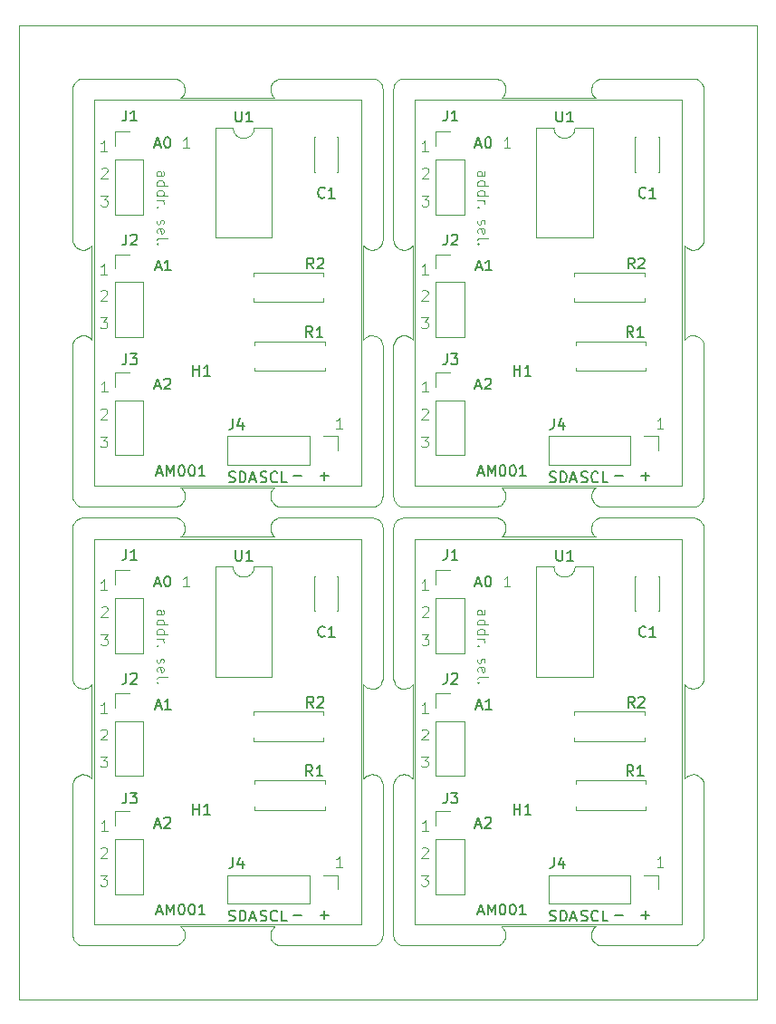
<source format=gbr>
%TF.GenerationSoftware,KiCad,Pcbnew,9.0.0*%
%TF.CreationDate,2025-03-16T20:58:48+01:00*%
%TF.ProjectId,eeprom_i2c_panel,65657072-6f6d-45f6-9932-635f70616e65,1.1*%
%TF.SameCoordinates,PX6cb8080PY1312d00*%
%TF.FileFunction,Legend,Top*%
%TF.FilePolarity,Positive*%
%FSLAX46Y46*%
G04 Gerber Fmt 4.6, Leading zero omitted, Abs format (unit mm)*
G04 Created by KiCad (PCBNEW 9.0.0) date 2025-03-16 20:58:48*
%MOMM*%
%LPD*%
G01*
G04 APERTURE LIST*
%ADD10C,0.200000*%
%ADD11C,0.100000*%
%ADD12C,0.125000*%
%ADD13C,0.150000*%
%ADD14C,0.120000*%
%TA.AperFunction,Profile*%
%ADD15C,0.100000*%
%TD*%
G04 APERTURE END LIST*
D10*
X25669673Y-83136266D02*
X26431578Y-83136266D01*
X42922054Y-41831504D02*
X43398244Y-41831504D01*
X42826816Y-42117219D02*
X43160149Y-41117219D01*
X43160149Y-41117219D02*
X43493482Y-42117219D01*
X43826816Y-42117219D02*
X43826816Y-41117219D01*
X43826816Y-41117219D02*
X44160149Y-41831504D01*
X44160149Y-41831504D02*
X44493482Y-41117219D01*
X44493482Y-41117219D02*
X44493482Y-42117219D01*
X45160149Y-41117219D02*
X45255387Y-41117219D01*
X45255387Y-41117219D02*
X45350625Y-41164838D01*
X45350625Y-41164838D02*
X45398244Y-41212457D01*
X45398244Y-41212457D02*
X45445863Y-41307695D01*
X45445863Y-41307695D02*
X45493482Y-41498171D01*
X45493482Y-41498171D02*
X45493482Y-41736266D01*
X45493482Y-41736266D02*
X45445863Y-41926742D01*
X45445863Y-41926742D02*
X45398244Y-42021980D01*
X45398244Y-42021980D02*
X45350625Y-42069600D01*
X45350625Y-42069600D02*
X45255387Y-42117219D01*
X45255387Y-42117219D02*
X45160149Y-42117219D01*
X45160149Y-42117219D02*
X45064911Y-42069600D01*
X45064911Y-42069600D02*
X45017292Y-42021980D01*
X45017292Y-42021980D02*
X44969673Y-41926742D01*
X44969673Y-41926742D02*
X44922054Y-41736266D01*
X44922054Y-41736266D02*
X44922054Y-41498171D01*
X44922054Y-41498171D02*
X44969673Y-41307695D01*
X44969673Y-41307695D02*
X45017292Y-41212457D01*
X45017292Y-41212457D02*
X45064911Y-41164838D01*
X45064911Y-41164838D02*
X45160149Y-41117219D01*
X46112530Y-41117219D02*
X46207768Y-41117219D01*
X46207768Y-41117219D02*
X46303006Y-41164838D01*
X46303006Y-41164838D02*
X46350625Y-41212457D01*
X46350625Y-41212457D02*
X46398244Y-41307695D01*
X46398244Y-41307695D02*
X46445863Y-41498171D01*
X46445863Y-41498171D02*
X46445863Y-41736266D01*
X46445863Y-41736266D02*
X46398244Y-41926742D01*
X46398244Y-41926742D02*
X46350625Y-42021980D01*
X46350625Y-42021980D02*
X46303006Y-42069600D01*
X46303006Y-42069600D02*
X46207768Y-42117219D01*
X46207768Y-42117219D02*
X46112530Y-42117219D01*
X46112530Y-42117219D02*
X46017292Y-42069600D01*
X46017292Y-42069600D02*
X45969673Y-42021980D01*
X45969673Y-42021980D02*
X45922054Y-41926742D01*
X45922054Y-41926742D02*
X45874435Y-41736266D01*
X45874435Y-41736266D02*
X45874435Y-41498171D01*
X45874435Y-41498171D02*
X45922054Y-41307695D01*
X45922054Y-41307695D02*
X45969673Y-41212457D01*
X45969673Y-41212457D02*
X46017292Y-41164838D01*
X46017292Y-41164838D02*
X46112530Y-41117219D01*
X47398244Y-42117219D02*
X46826816Y-42117219D01*
X47112530Y-42117219D02*
X47112530Y-41117219D01*
X47112530Y-41117219D02*
X47017292Y-41260076D01*
X47017292Y-41260076D02*
X46922054Y-41355314D01*
X46922054Y-41355314D02*
X46826816Y-41402933D01*
X42722054Y-11181504D02*
X43198244Y-11181504D01*
X42626816Y-11467219D02*
X42960149Y-10467219D01*
X42960149Y-10467219D02*
X43293482Y-11467219D01*
X43817292Y-10467219D02*
X43912530Y-10467219D01*
X43912530Y-10467219D02*
X44007768Y-10514838D01*
X44007768Y-10514838D02*
X44055387Y-10562457D01*
X44055387Y-10562457D02*
X44103006Y-10657695D01*
X44103006Y-10657695D02*
X44150625Y-10848171D01*
X44150625Y-10848171D02*
X44150625Y-11086266D01*
X44150625Y-11086266D02*
X44103006Y-11276742D01*
X44103006Y-11276742D02*
X44055387Y-11371980D01*
X44055387Y-11371980D02*
X44007768Y-11419600D01*
X44007768Y-11419600D02*
X43912530Y-11467219D01*
X43912530Y-11467219D02*
X43817292Y-11467219D01*
X43817292Y-11467219D02*
X43722054Y-11419600D01*
X43722054Y-11419600D02*
X43674435Y-11371980D01*
X43674435Y-11371980D02*
X43626816Y-11276742D01*
X43626816Y-11276742D02*
X43579197Y-11086266D01*
X43579197Y-11086266D02*
X43579197Y-10848171D01*
X43579197Y-10848171D02*
X43626816Y-10657695D01*
X43626816Y-10657695D02*
X43674435Y-10562457D01*
X43674435Y-10562457D02*
X43722054Y-10514838D01*
X43722054Y-10514838D02*
X43817292Y-10467219D01*
D11*
X8227693Y-11772419D02*
X7656265Y-11772419D01*
X7941979Y-11772419D02*
X7941979Y-10772419D01*
X7941979Y-10772419D02*
X7846741Y-10915276D01*
X7846741Y-10915276D02*
X7751503Y-11010514D01*
X7751503Y-11010514D02*
X7656265Y-11058133D01*
X37656265Y-24867657D02*
X37703884Y-24820038D01*
X37703884Y-24820038D02*
X37799122Y-24772419D01*
X37799122Y-24772419D02*
X38037217Y-24772419D01*
X38037217Y-24772419D02*
X38132455Y-24820038D01*
X38132455Y-24820038D02*
X38180074Y-24867657D01*
X38180074Y-24867657D02*
X38227693Y-24962895D01*
X38227693Y-24962895D02*
X38227693Y-25058133D01*
X38227693Y-25058133D02*
X38180074Y-25200990D01*
X38180074Y-25200990D02*
X37608646Y-25772419D01*
X37608646Y-25772419D02*
X38227693Y-25772419D01*
D10*
X19622054Y-42669600D02*
X19764911Y-42717219D01*
X19764911Y-42717219D02*
X20003006Y-42717219D01*
X20003006Y-42717219D02*
X20098244Y-42669600D01*
X20098244Y-42669600D02*
X20145863Y-42621980D01*
X20145863Y-42621980D02*
X20193482Y-42526742D01*
X20193482Y-42526742D02*
X20193482Y-42431504D01*
X20193482Y-42431504D02*
X20145863Y-42336266D01*
X20145863Y-42336266D02*
X20098244Y-42288647D01*
X20098244Y-42288647D02*
X20003006Y-42241028D01*
X20003006Y-42241028D02*
X19812530Y-42193409D01*
X19812530Y-42193409D02*
X19717292Y-42145790D01*
X19717292Y-42145790D02*
X19669673Y-42098171D01*
X19669673Y-42098171D02*
X19622054Y-42002933D01*
X19622054Y-42002933D02*
X19622054Y-41907695D01*
X19622054Y-41907695D02*
X19669673Y-41812457D01*
X19669673Y-41812457D02*
X19717292Y-41764838D01*
X19717292Y-41764838D02*
X19812530Y-41717219D01*
X19812530Y-41717219D02*
X20050625Y-41717219D01*
X20050625Y-41717219D02*
X20193482Y-41764838D01*
X20622054Y-42717219D02*
X20622054Y-41717219D01*
X20622054Y-41717219D02*
X20860149Y-41717219D01*
X20860149Y-41717219D02*
X21003006Y-41764838D01*
X21003006Y-41764838D02*
X21098244Y-41860076D01*
X21098244Y-41860076D02*
X21145863Y-41955314D01*
X21145863Y-41955314D02*
X21193482Y-42145790D01*
X21193482Y-42145790D02*
X21193482Y-42288647D01*
X21193482Y-42288647D02*
X21145863Y-42479123D01*
X21145863Y-42479123D02*
X21098244Y-42574361D01*
X21098244Y-42574361D02*
X21003006Y-42669600D01*
X21003006Y-42669600D02*
X20860149Y-42717219D01*
X20860149Y-42717219D02*
X20622054Y-42717219D01*
X21574435Y-42431504D02*
X22050625Y-42431504D01*
X21479197Y-42717219D02*
X21812530Y-41717219D01*
X21812530Y-41717219D02*
X22145863Y-42717219D01*
D11*
X45927693Y-52472419D02*
X45356265Y-52472419D01*
X45641979Y-52472419D02*
X45641979Y-51472419D01*
X45641979Y-51472419D02*
X45546741Y-51615276D01*
X45546741Y-51615276D02*
X45451503Y-51710514D01*
X45451503Y-51710514D02*
X45356265Y-51758133D01*
X7608646Y-68322419D02*
X8227693Y-68322419D01*
X8227693Y-68322419D02*
X7894360Y-68703371D01*
X7894360Y-68703371D02*
X8037217Y-68703371D01*
X8037217Y-68703371D02*
X8132455Y-68750990D01*
X8132455Y-68750990D02*
X8180074Y-68798609D01*
X8180074Y-68798609D02*
X8227693Y-68893847D01*
X8227693Y-68893847D02*
X8227693Y-69131942D01*
X8227693Y-69131942D02*
X8180074Y-69227180D01*
X8180074Y-69227180D02*
X8132455Y-69274800D01*
X8132455Y-69274800D02*
X8037217Y-69322419D01*
X8037217Y-69322419D02*
X7751503Y-69322419D01*
X7751503Y-69322419D02*
X7656265Y-69274800D01*
X7656265Y-69274800D02*
X7608646Y-69227180D01*
D10*
X28169673Y-42136266D02*
X28931578Y-42136266D01*
X28550625Y-42517219D02*
X28550625Y-41755314D01*
D11*
X8227693Y-64272419D02*
X7656265Y-64272419D01*
X7941979Y-64272419D02*
X7941979Y-63272419D01*
X7941979Y-63272419D02*
X7846741Y-63415276D01*
X7846741Y-63415276D02*
X7751503Y-63510514D01*
X7751503Y-63510514D02*
X7656265Y-63558133D01*
X38227693Y-64272419D02*
X37656265Y-64272419D01*
X37941979Y-64272419D02*
X37941979Y-63272419D01*
X37941979Y-63272419D02*
X37846741Y-63415276D01*
X37846741Y-63415276D02*
X37751503Y-63510514D01*
X37751503Y-63510514D02*
X37656265Y-63558133D01*
D10*
X19622054Y-83669600D02*
X19764911Y-83717219D01*
X19764911Y-83717219D02*
X20003006Y-83717219D01*
X20003006Y-83717219D02*
X20098244Y-83669600D01*
X20098244Y-83669600D02*
X20145863Y-83621980D01*
X20145863Y-83621980D02*
X20193482Y-83526742D01*
X20193482Y-83526742D02*
X20193482Y-83431504D01*
X20193482Y-83431504D02*
X20145863Y-83336266D01*
X20145863Y-83336266D02*
X20098244Y-83288647D01*
X20098244Y-83288647D02*
X20003006Y-83241028D01*
X20003006Y-83241028D02*
X19812530Y-83193409D01*
X19812530Y-83193409D02*
X19717292Y-83145790D01*
X19717292Y-83145790D02*
X19669673Y-83098171D01*
X19669673Y-83098171D02*
X19622054Y-83002933D01*
X19622054Y-83002933D02*
X19622054Y-82907695D01*
X19622054Y-82907695D02*
X19669673Y-82812457D01*
X19669673Y-82812457D02*
X19717292Y-82764838D01*
X19717292Y-82764838D02*
X19812530Y-82717219D01*
X19812530Y-82717219D02*
X20050625Y-82717219D01*
X20050625Y-82717219D02*
X20193482Y-82764838D01*
X20622054Y-83717219D02*
X20622054Y-82717219D01*
X20622054Y-82717219D02*
X20860149Y-82717219D01*
X20860149Y-82717219D02*
X21003006Y-82764838D01*
X21003006Y-82764838D02*
X21098244Y-82860076D01*
X21098244Y-82860076D02*
X21145863Y-82955314D01*
X21145863Y-82955314D02*
X21193482Y-83145790D01*
X21193482Y-83145790D02*
X21193482Y-83288647D01*
X21193482Y-83288647D02*
X21145863Y-83479123D01*
X21145863Y-83479123D02*
X21098244Y-83574361D01*
X21098244Y-83574361D02*
X21003006Y-83669600D01*
X21003006Y-83669600D02*
X20860149Y-83717219D01*
X20860149Y-83717219D02*
X20622054Y-83717219D01*
X21574435Y-83431504D02*
X22050625Y-83431504D01*
X21479197Y-83717219D02*
X21812530Y-82717219D01*
X21812530Y-82717219D02*
X22145863Y-83717219D01*
D11*
X37608646Y-38422419D02*
X38227693Y-38422419D01*
X38227693Y-38422419D02*
X37894360Y-38803371D01*
X37894360Y-38803371D02*
X38037217Y-38803371D01*
X38037217Y-38803371D02*
X38132455Y-38850990D01*
X38132455Y-38850990D02*
X38180074Y-38898609D01*
X38180074Y-38898609D02*
X38227693Y-38993847D01*
X38227693Y-38993847D02*
X38227693Y-39231942D01*
X38227693Y-39231942D02*
X38180074Y-39327180D01*
X38180074Y-39327180D02*
X38132455Y-39374800D01*
X38132455Y-39374800D02*
X38037217Y-39422419D01*
X38037217Y-39422419D02*
X37751503Y-39422419D01*
X37751503Y-39422419D02*
X37656265Y-39374800D01*
X37656265Y-39374800D02*
X37608646Y-39327180D01*
D10*
X49622054Y-83669600D02*
X49764911Y-83717219D01*
X49764911Y-83717219D02*
X50003006Y-83717219D01*
X50003006Y-83717219D02*
X50098244Y-83669600D01*
X50098244Y-83669600D02*
X50145863Y-83621980D01*
X50145863Y-83621980D02*
X50193482Y-83526742D01*
X50193482Y-83526742D02*
X50193482Y-83431504D01*
X50193482Y-83431504D02*
X50145863Y-83336266D01*
X50145863Y-83336266D02*
X50098244Y-83288647D01*
X50098244Y-83288647D02*
X50003006Y-83241028D01*
X50003006Y-83241028D02*
X49812530Y-83193409D01*
X49812530Y-83193409D02*
X49717292Y-83145790D01*
X49717292Y-83145790D02*
X49669673Y-83098171D01*
X49669673Y-83098171D02*
X49622054Y-83002933D01*
X49622054Y-83002933D02*
X49622054Y-82907695D01*
X49622054Y-82907695D02*
X49669673Y-82812457D01*
X49669673Y-82812457D02*
X49717292Y-82764838D01*
X49717292Y-82764838D02*
X49812530Y-82717219D01*
X49812530Y-82717219D02*
X50050625Y-82717219D01*
X50050625Y-82717219D02*
X50193482Y-82764838D01*
X50622054Y-83717219D02*
X50622054Y-82717219D01*
X50622054Y-82717219D02*
X50860149Y-82717219D01*
X50860149Y-82717219D02*
X51003006Y-82764838D01*
X51003006Y-82764838D02*
X51098244Y-82860076D01*
X51098244Y-82860076D02*
X51145863Y-82955314D01*
X51145863Y-82955314D02*
X51193482Y-83145790D01*
X51193482Y-83145790D02*
X51193482Y-83288647D01*
X51193482Y-83288647D02*
X51145863Y-83479123D01*
X51145863Y-83479123D02*
X51098244Y-83574361D01*
X51098244Y-83574361D02*
X51003006Y-83669600D01*
X51003006Y-83669600D02*
X50860149Y-83717219D01*
X50860149Y-83717219D02*
X50622054Y-83717219D01*
X51574435Y-83431504D02*
X52050625Y-83431504D01*
X51479197Y-83717219D02*
X51812530Y-82717219D01*
X51812530Y-82717219D02*
X52145863Y-83717219D01*
X12922054Y-82831504D02*
X13398244Y-82831504D01*
X12826816Y-83117219D02*
X13160149Y-82117219D01*
X13160149Y-82117219D02*
X13493482Y-83117219D01*
X13826816Y-83117219D02*
X13826816Y-82117219D01*
X13826816Y-82117219D02*
X14160149Y-82831504D01*
X14160149Y-82831504D02*
X14493482Y-82117219D01*
X14493482Y-82117219D02*
X14493482Y-83117219D01*
X15160149Y-82117219D02*
X15255387Y-82117219D01*
X15255387Y-82117219D02*
X15350625Y-82164838D01*
X15350625Y-82164838D02*
X15398244Y-82212457D01*
X15398244Y-82212457D02*
X15445863Y-82307695D01*
X15445863Y-82307695D02*
X15493482Y-82498171D01*
X15493482Y-82498171D02*
X15493482Y-82736266D01*
X15493482Y-82736266D02*
X15445863Y-82926742D01*
X15445863Y-82926742D02*
X15398244Y-83021980D01*
X15398244Y-83021980D02*
X15350625Y-83069600D01*
X15350625Y-83069600D02*
X15255387Y-83117219D01*
X15255387Y-83117219D02*
X15160149Y-83117219D01*
X15160149Y-83117219D02*
X15064911Y-83069600D01*
X15064911Y-83069600D02*
X15017292Y-83021980D01*
X15017292Y-83021980D02*
X14969673Y-82926742D01*
X14969673Y-82926742D02*
X14922054Y-82736266D01*
X14922054Y-82736266D02*
X14922054Y-82498171D01*
X14922054Y-82498171D02*
X14969673Y-82307695D01*
X14969673Y-82307695D02*
X15017292Y-82212457D01*
X15017292Y-82212457D02*
X15064911Y-82164838D01*
X15064911Y-82164838D02*
X15160149Y-82117219D01*
X16112530Y-82117219D02*
X16207768Y-82117219D01*
X16207768Y-82117219D02*
X16303006Y-82164838D01*
X16303006Y-82164838D02*
X16350625Y-82212457D01*
X16350625Y-82212457D02*
X16398244Y-82307695D01*
X16398244Y-82307695D02*
X16445863Y-82498171D01*
X16445863Y-82498171D02*
X16445863Y-82736266D01*
X16445863Y-82736266D02*
X16398244Y-82926742D01*
X16398244Y-82926742D02*
X16350625Y-83021980D01*
X16350625Y-83021980D02*
X16303006Y-83069600D01*
X16303006Y-83069600D02*
X16207768Y-83117219D01*
X16207768Y-83117219D02*
X16112530Y-83117219D01*
X16112530Y-83117219D02*
X16017292Y-83069600D01*
X16017292Y-83069600D02*
X15969673Y-83021980D01*
X15969673Y-83021980D02*
X15922054Y-82926742D01*
X15922054Y-82926742D02*
X15874435Y-82736266D01*
X15874435Y-82736266D02*
X15874435Y-82498171D01*
X15874435Y-82498171D02*
X15922054Y-82307695D01*
X15922054Y-82307695D02*
X15969673Y-82212457D01*
X15969673Y-82212457D02*
X16017292Y-82164838D01*
X16017292Y-82164838D02*
X16112530Y-82117219D01*
X17398244Y-83117219D02*
X16826816Y-83117219D01*
X17112530Y-83117219D02*
X17112530Y-82117219D01*
X17112530Y-82117219D02*
X17017292Y-82260076D01*
X17017292Y-82260076D02*
X16922054Y-82355314D01*
X16922054Y-82355314D02*
X16826816Y-82402933D01*
D12*
X12878880Y-14098902D02*
X13402690Y-14098902D01*
X13402690Y-14098902D02*
X13497928Y-14051283D01*
X13497928Y-14051283D02*
X13545547Y-13956045D01*
X13545547Y-13956045D02*
X13545547Y-13765569D01*
X13545547Y-13765569D02*
X13497928Y-13670331D01*
X12926500Y-14098902D02*
X12878880Y-14003664D01*
X12878880Y-14003664D02*
X12878880Y-13765569D01*
X12878880Y-13765569D02*
X12926500Y-13670331D01*
X12926500Y-13670331D02*
X13021738Y-13622712D01*
X13021738Y-13622712D02*
X13116976Y-13622712D01*
X13116976Y-13622712D02*
X13212214Y-13670331D01*
X13212214Y-13670331D02*
X13259833Y-13765569D01*
X13259833Y-13765569D02*
X13259833Y-14003664D01*
X13259833Y-14003664D02*
X13307452Y-14098902D01*
X12878880Y-15003664D02*
X13878880Y-15003664D01*
X12926500Y-15003664D02*
X12878880Y-14908426D01*
X12878880Y-14908426D02*
X12878880Y-14717950D01*
X12878880Y-14717950D02*
X12926500Y-14622712D01*
X12926500Y-14622712D02*
X12974119Y-14575093D01*
X12974119Y-14575093D02*
X13069357Y-14527474D01*
X13069357Y-14527474D02*
X13355071Y-14527474D01*
X13355071Y-14527474D02*
X13450309Y-14575093D01*
X13450309Y-14575093D02*
X13497928Y-14622712D01*
X13497928Y-14622712D02*
X13545547Y-14717950D01*
X13545547Y-14717950D02*
X13545547Y-14908426D01*
X13545547Y-14908426D02*
X13497928Y-15003664D01*
X12878880Y-15908426D02*
X13878880Y-15908426D01*
X12926500Y-15908426D02*
X12878880Y-15813188D01*
X12878880Y-15813188D02*
X12878880Y-15622712D01*
X12878880Y-15622712D02*
X12926500Y-15527474D01*
X12926500Y-15527474D02*
X12974119Y-15479855D01*
X12974119Y-15479855D02*
X13069357Y-15432236D01*
X13069357Y-15432236D02*
X13355071Y-15432236D01*
X13355071Y-15432236D02*
X13450309Y-15479855D01*
X13450309Y-15479855D02*
X13497928Y-15527474D01*
X13497928Y-15527474D02*
X13545547Y-15622712D01*
X13545547Y-15622712D02*
X13545547Y-15813188D01*
X13545547Y-15813188D02*
X13497928Y-15908426D01*
X12878880Y-16384617D02*
X13545547Y-16384617D01*
X13355071Y-16384617D02*
X13450309Y-16432236D01*
X13450309Y-16432236D02*
X13497928Y-16479855D01*
X13497928Y-16479855D02*
X13545547Y-16575093D01*
X13545547Y-16575093D02*
X13545547Y-16670331D01*
X12974119Y-17003665D02*
X12926500Y-17051284D01*
X12926500Y-17051284D02*
X12878880Y-17003665D01*
X12878880Y-17003665D02*
X12926500Y-16956046D01*
X12926500Y-16956046D02*
X12974119Y-17003665D01*
X12974119Y-17003665D02*
X12878880Y-17003665D01*
X12926500Y-18194141D02*
X12878880Y-18289379D01*
X12878880Y-18289379D02*
X12878880Y-18479855D01*
X12878880Y-18479855D02*
X12926500Y-18575093D01*
X12926500Y-18575093D02*
X13021738Y-18622712D01*
X13021738Y-18622712D02*
X13069357Y-18622712D01*
X13069357Y-18622712D02*
X13164595Y-18575093D01*
X13164595Y-18575093D02*
X13212214Y-18479855D01*
X13212214Y-18479855D02*
X13212214Y-18336998D01*
X13212214Y-18336998D02*
X13259833Y-18241760D01*
X13259833Y-18241760D02*
X13355071Y-18194141D01*
X13355071Y-18194141D02*
X13402690Y-18194141D01*
X13402690Y-18194141D02*
X13497928Y-18241760D01*
X13497928Y-18241760D02*
X13545547Y-18336998D01*
X13545547Y-18336998D02*
X13545547Y-18479855D01*
X13545547Y-18479855D02*
X13497928Y-18575093D01*
X12926500Y-19432236D02*
X12878880Y-19336998D01*
X12878880Y-19336998D02*
X12878880Y-19146522D01*
X12878880Y-19146522D02*
X12926500Y-19051284D01*
X12926500Y-19051284D02*
X13021738Y-19003665D01*
X13021738Y-19003665D02*
X13402690Y-19003665D01*
X13402690Y-19003665D02*
X13497928Y-19051284D01*
X13497928Y-19051284D02*
X13545547Y-19146522D01*
X13545547Y-19146522D02*
X13545547Y-19336998D01*
X13545547Y-19336998D02*
X13497928Y-19432236D01*
X13497928Y-19432236D02*
X13402690Y-19479855D01*
X13402690Y-19479855D02*
X13307452Y-19479855D01*
X13307452Y-19479855D02*
X13212214Y-19003665D01*
X12878880Y-20051284D02*
X12926500Y-19956046D01*
X12926500Y-19956046D02*
X13021738Y-19908427D01*
X13021738Y-19908427D02*
X13878880Y-19908427D01*
X12974119Y-20432237D02*
X12926500Y-20479856D01*
X12926500Y-20479856D02*
X12878880Y-20432237D01*
X12878880Y-20432237D02*
X12926500Y-20384618D01*
X12926500Y-20384618D02*
X12974119Y-20432237D01*
X12974119Y-20432237D02*
X12878880Y-20432237D01*
D11*
X37656265Y-35917657D02*
X37703884Y-35870038D01*
X37703884Y-35870038D02*
X37799122Y-35822419D01*
X37799122Y-35822419D02*
X38037217Y-35822419D01*
X38037217Y-35822419D02*
X38132455Y-35870038D01*
X38132455Y-35870038D02*
X38180074Y-35917657D01*
X38180074Y-35917657D02*
X38227693Y-36012895D01*
X38227693Y-36012895D02*
X38227693Y-36108133D01*
X38227693Y-36108133D02*
X38180074Y-36250990D01*
X38180074Y-36250990D02*
X37608646Y-36822419D01*
X37608646Y-36822419D02*
X38227693Y-36822419D01*
X8277693Y-75272419D02*
X7706265Y-75272419D01*
X7991979Y-75272419D02*
X7991979Y-74272419D01*
X7991979Y-74272419D02*
X7896741Y-74415276D01*
X7896741Y-74415276D02*
X7801503Y-74510514D01*
X7801503Y-74510514D02*
X7706265Y-74558133D01*
X8227693Y-23272419D02*
X7656265Y-23272419D01*
X7941979Y-23272419D02*
X7941979Y-22272419D01*
X7941979Y-22272419D02*
X7846741Y-22415276D01*
X7846741Y-22415276D02*
X7751503Y-22510514D01*
X7751503Y-22510514D02*
X7656265Y-22558133D01*
X60227693Y-78672419D02*
X59656265Y-78672419D01*
X59941979Y-78672419D02*
X59941979Y-77672419D01*
X59941979Y-77672419D02*
X59846741Y-77815276D01*
X59846741Y-77815276D02*
X59751503Y-77910514D01*
X59751503Y-77910514D02*
X59656265Y-77958133D01*
X38227693Y-23272419D02*
X37656265Y-23272419D01*
X37941979Y-23272419D02*
X37941979Y-22272419D01*
X37941979Y-22272419D02*
X37846741Y-22415276D01*
X37846741Y-22415276D02*
X37751503Y-22510514D01*
X37751503Y-22510514D02*
X37656265Y-22558133D01*
D10*
X12772054Y-22631504D02*
X13248244Y-22631504D01*
X12676816Y-22917219D02*
X13010149Y-21917219D01*
X13010149Y-21917219D02*
X13343482Y-22917219D01*
X14200625Y-22917219D02*
X13629197Y-22917219D01*
X13914911Y-22917219D02*
X13914911Y-21917219D01*
X13914911Y-21917219D02*
X13819673Y-22060076D01*
X13819673Y-22060076D02*
X13724435Y-22155314D01*
X13724435Y-22155314D02*
X13629197Y-22202933D01*
X12722054Y-33731504D02*
X13198244Y-33731504D01*
X12626816Y-34017219D02*
X12960149Y-33017219D01*
X12960149Y-33017219D02*
X13293482Y-34017219D01*
X13579197Y-33112457D02*
X13626816Y-33064838D01*
X13626816Y-33064838D02*
X13722054Y-33017219D01*
X13722054Y-33017219D02*
X13960149Y-33017219D01*
X13960149Y-33017219D02*
X14055387Y-33064838D01*
X14055387Y-33064838D02*
X14103006Y-33112457D01*
X14103006Y-33112457D02*
X14150625Y-33207695D01*
X14150625Y-33207695D02*
X14150625Y-33302933D01*
X14150625Y-33302933D02*
X14103006Y-33445790D01*
X14103006Y-33445790D02*
X13531578Y-34017219D01*
X13531578Y-34017219D02*
X14150625Y-34017219D01*
D11*
X37608646Y-68322419D02*
X38227693Y-68322419D01*
X38227693Y-68322419D02*
X37894360Y-68703371D01*
X37894360Y-68703371D02*
X38037217Y-68703371D01*
X38037217Y-68703371D02*
X38132455Y-68750990D01*
X38132455Y-68750990D02*
X38180074Y-68798609D01*
X38180074Y-68798609D02*
X38227693Y-68893847D01*
X38227693Y-68893847D02*
X38227693Y-69131942D01*
X38227693Y-69131942D02*
X38180074Y-69227180D01*
X38180074Y-69227180D02*
X38132455Y-69274800D01*
X38132455Y-69274800D02*
X38037217Y-69322419D01*
X38037217Y-69322419D02*
X37751503Y-69322419D01*
X37751503Y-69322419D02*
X37656265Y-69274800D01*
X37656265Y-69274800D02*
X37608646Y-69227180D01*
D10*
X22572054Y-83669600D02*
X22714911Y-83717219D01*
X22714911Y-83717219D02*
X22953006Y-83717219D01*
X22953006Y-83717219D02*
X23048244Y-83669600D01*
X23048244Y-83669600D02*
X23095863Y-83621980D01*
X23095863Y-83621980D02*
X23143482Y-83526742D01*
X23143482Y-83526742D02*
X23143482Y-83431504D01*
X23143482Y-83431504D02*
X23095863Y-83336266D01*
X23095863Y-83336266D02*
X23048244Y-83288647D01*
X23048244Y-83288647D02*
X22953006Y-83241028D01*
X22953006Y-83241028D02*
X22762530Y-83193409D01*
X22762530Y-83193409D02*
X22667292Y-83145790D01*
X22667292Y-83145790D02*
X22619673Y-83098171D01*
X22619673Y-83098171D02*
X22572054Y-83002933D01*
X22572054Y-83002933D02*
X22572054Y-82907695D01*
X22572054Y-82907695D02*
X22619673Y-82812457D01*
X22619673Y-82812457D02*
X22667292Y-82764838D01*
X22667292Y-82764838D02*
X22762530Y-82717219D01*
X22762530Y-82717219D02*
X23000625Y-82717219D01*
X23000625Y-82717219D02*
X23143482Y-82764838D01*
X24143482Y-83621980D02*
X24095863Y-83669600D01*
X24095863Y-83669600D02*
X23953006Y-83717219D01*
X23953006Y-83717219D02*
X23857768Y-83717219D01*
X23857768Y-83717219D02*
X23714911Y-83669600D01*
X23714911Y-83669600D02*
X23619673Y-83574361D01*
X23619673Y-83574361D02*
X23572054Y-83479123D01*
X23572054Y-83479123D02*
X23524435Y-83288647D01*
X23524435Y-83288647D02*
X23524435Y-83145790D01*
X23524435Y-83145790D02*
X23572054Y-82955314D01*
X23572054Y-82955314D02*
X23619673Y-82860076D01*
X23619673Y-82860076D02*
X23714911Y-82764838D01*
X23714911Y-82764838D02*
X23857768Y-82717219D01*
X23857768Y-82717219D02*
X23953006Y-82717219D01*
X23953006Y-82717219D02*
X24095863Y-82764838D01*
X24095863Y-82764838D02*
X24143482Y-82812457D01*
X25048244Y-83717219D02*
X24572054Y-83717219D01*
X24572054Y-83717219D02*
X24572054Y-82717219D01*
D11*
X37608646Y-27322419D02*
X38227693Y-27322419D01*
X38227693Y-27322419D02*
X37894360Y-27703371D01*
X37894360Y-27703371D02*
X38037217Y-27703371D01*
X38037217Y-27703371D02*
X38132455Y-27750990D01*
X38132455Y-27750990D02*
X38180074Y-27798609D01*
X38180074Y-27798609D02*
X38227693Y-27893847D01*
X38227693Y-27893847D02*
X38227693Y-28131942D01*
X38227693Y-28131942D02*
X38180074Y-28227180D01*
X38180074Y-28227180D02*
X38132455Y-28274800D01*
X38132455Y-28274800D02*
X38037217Y-28322419D01*
X38037217Y-28322419D02*
X37751503Y-28322419D01*
X37751503Y-28322419D02*
X37656265Y-28274800D01*
X37656265Y-28274800D02*
X37608646Y-28227180D01*
X37656265Y-65867657D02*
X37703884Y-65820038D01*
X37703884Y-65820038D02*
X37799122Y-65772419D01*
X37799122Y-65772419D02*
X38037217Y-65772419D01*
X38037217Y-65772419D02*
X38132455Y-65820038D01*
X38132455Y-65820038D02*
X38180074Y-65867657D01*
X38180074Y-65867657D02*
X38227693Y-65962895D01*
X38227693Y-65962895D02*
X38227693Y-66058133D01*
X38227693Y-66058133D02*
X38180074Y-66200990D01*
X38180074Y-66200990D02*
X37608646Y-66772419D01*
X37608646Y-66772419D02*
X38227693Y-66772419D01*
D10*
X22572054Y-42669600D02*
X22714911Y-42717219D01*
X22714911Y-42717219D02*
X22953006Y-42717219D01*
X22953006Y-42717219D02*
X23048244Y-42669600D01*
X23048244Y-42669600D02*
X23095863Y-42621980D01*
X23095863Y-42621980D02*
X23143482Y-42526742D01*
X23143482Y-42526742D02*
X23143482Y-42431504D01*
X23143482Y-42431504D02*
X23095863Y-42336266D01*
X23095863Y-42336266D02*
X23048244Y-42288647D01*
X23048244Y-42288647D02*
X22953006Y-42241028D01*
X22953006Y-42241028D02*
X22762530Y-42193409D01*
X22762530Y-42193409D02*
X22667292Y-42145790D01*
X22667292Y-42145790D02*
X22619673Y-42098171D01*
X22619673Y-42098171D02*
X22572054Y-42002933D01*
X22572054Y-42002933D02*
X22572054Y-41907695D01*
X22572054Y-41907695D02*
X22619673Y-41812457D01*
X22619673Y-41812457D02*
X22667292Y-41764838D01*
X22667292Y-41764838D02*
X22762530Y-41717219D01*
X22762530Y-41717219D02*
X23000625Y-41717219D01*
X23000625Y-41717219D02*
X23143482Y-41764838D01*
X24143482Y-42621980D02*
X24095863Y-42669600D01*
X24095863Y-42669600D02*
X23953006Y-42717219D01*
X23953006Y-42717219D02*
X23857768Y-42717219D01*
X23857768Y-42717219D02*
X23714911Y-42669600D01*
X23714911Y-42669600D02*
X23619673Y-42574361D01*
X23619673Y-42574361D02*
X23572054Y-42479123D01*
X23572054Y-42479123D02*
X23524435Y-42288647D01*
X23524435Y-42288647D02*
X23524435Y-42145790D01*
X23524435Y-42145790D02*
X23572054Y-41955314D01*
X23572054Y-41955314D02*
X23619673Y-41860076D01*
X23619673Y-41860076D02*
X23714911Y-41764838D01*
X23714911Y-41764838D02*
X23857768Y-41717219D01*
X23857768Y-41717219D02*
X23953006Y-41717219D01*
X23953006Y-41717219D02*
X24095863Y-41764838D01*
X24095863Y-41764838D02*
X24143482Y-41812457D01*
X25048244Y-42717219D02*
X24572054Y-42717219D01*
X24572054Y-42717219D02*
X24572054Y-41717219D01*
X12722054Y-74731504D02*
X13198244Y-74731504D01*
X12626816Y-75017219D02*
X12960149Y-74017219D01*
X12960149Y-74017219D02*
X13293482Y-75017219D01*
X13579197Y-74112457D02*
X13626816Y-74064838D01*
X13626816Y-74064838D02*
X13722054Y-74017219D01*
X13722054Y-74017219D02*
X13960149Y-74017219D01*
X13960149Y-74017219D02*
X14055387Y-74064838D01*
X14055387Y-74064838D02*
X14103006Y-74112457D01*
X14103006Y-74112457D02*
X14150625Y-74207695D01*
X14150625Y-74207695D02*
X14150625Y-74302933D01*
X14150625Y-74302933D02*
X14103006Y-74445790D01*
X14103006Y-74445790D02*
X13531578Y-75017219D01*
X13531578Y-75017219D02*
X14150625Y-75017219D01*
D12*
X12878880Y-55098902D02*
X13402690Y-55098902D01*
X13402690Y-55098902D02*
X13497928Y-55051283D01*
X13497928Y-55051283D02*
X13545547Y-54956045D01*
X13545547Y-54956045D02*
X13545547Y-54765569D01*
X13545547Y-54765569D02*
X13497928Y-54670331D01*
X12926500Y-55098902D02*
X12878880Y-55003664D01*
X12878880Y-55003664D02*
X12878880Y-54765569D01*
X12878880Y-54765569D02*
X12926500Y-54670331D01*
X12926500Y-54670331D02*
X13021738Y-54622712D01*
X13021738Y-54622712D02*
X13116976Y-54622712D01*
X13116976Y-54622712D02*
X13212214Y-54670331D01*
X13212214Y-54670331D02*
X13259833Y-54765569D01*
X13259833Y-54765569D02*
X13259833Y-55003664D01*
X13259833Y-55003664D02*
X13307452Y-55098902D01*
X12878880Y-56003664D02*
X13878880Y-56003664D01*
X12926500Y-56003664D02*
X12878880Y-55908426D01*
X12878880Y-55908426D02*
X12878880Y-55717950D01*
X12878880Y-55717950D02*
X12926500Y-55622712D01*
X12926500Y-55622712D02*
X12974119Y-55575093D01*
X12974119Y-55575093D02*
X13069357Y-55527474D01*
X13069357Y-55527474D02*
X13355071Y-55527474D01*
X13355071Y-55527474D02*
X13450309Y-55575093D01*
X13450309Y-55575093D02*
X13497928Y-55622712D01*
X13497928Y-55622712D02*
X13545547Y-55717950D01*
X13545547Y-55717950D02*
X13545547Y-55908426D01*
X13545547Y-55908426D02*
X13497928Y-56003664D01*
X12878880Y-56908426D02*
X13878880Y-56908426D01*
X12926500Y-56908426D02*
X12878880Y-56813188D01*
X12878880Y-56813188D02*
X12878880Y-56622712D01*
X12878880Y-56622712D02*
X12926500Y-56527474D01*
X12926500Y-56527474D02*
X12974119Y-56479855D01*
X12974119Y-56479855D02*
X13069357Y-56432236D01*
X13069357Y-56432236D02*
X13355071Y-56432236D01*
X13355071Y-56432236D02*
X13450309Y-56479855D01*
X13450309Y-56479855D02*
X13497928Y-56527474D01*
X13497928Y-56527474D02*
X13545547Y-56622712D01*
X13545547Y-56622712D02*
X13545547Y-56813188D01*
X13545547Y-56813188D02*
X13497928Y-56908426D01*
X12878880Y-57384617D02*
X13545547Y-57384617D01*
X13355071Y-57384617D02*
X13450309Y-57432236D01*
X13450309Y-57432236D02*
X13497928Y-57479855D01*
X13497928Y-57479855D02*
X13545547Y-57575093D01*
X13545547Y-57575093D02*
X13545547Y-57670331D01*
X12974119Y-58003665D02*
X12926500Y-58051284D01*
X12926500Y-58051284D02*
X12878880Y-58003665D01*
X12878880Y-58003665D02*
X12926500Y-57956046D01*
X12926500Y-57956046D02*
X12974119Y-58003665D01*
X12974119Y-58003665D02*
X12878880Y-58003665D01*
X12926500Y-59194141D02*
X12878880Y-59289379D01*
X12878880Y-59289379D02*
X12878880Y-59479855D01*
X12878880Y-59479855D02*
X12926500Y-59575093D01*
X12926500Y-59575093D02*
X13021738Y-59622712D01*
X13021738Y-59622712D02*
X13069357Y-59622712D01*
X13069357Y-59622712D02*
X13164595Y-59575093D01*
X13164595Y-59575093D02*
X13212214Y-59479855D01*
X13212214Y-59479855D02*
X13212214Y-59336998D01*
X13212214Y-59336998D02*
X13259833Y-59241760D01*
X13259833Y-59241760D02*
X13355071Y-59194141D01*
X13355071Y-59194141D02*
X13402690Y-59194141D01*
X13402690Y-59194141D02*
X13497928Y-59241760D01*
X13497928Y-59241760D02*
X13545547Y-59336998D01*
X13545547Y-59336998D02*
X13545547Y-59479855D01*
X13545547Y-59479855D02*
X13497928Y-59575093D01*
X12926500Y-60432236D02*
X12878880Y-60336998D01*
X12878880Y-60336998D02*
X12878880Y-60146522D01*
X12878880Y-60146522D02*
X12926500Y-60051284D01*
X12926500Y-60051284D02*
X13021738Y-60003665D01*
X13021738Y-60003665D02*
X13402690Y-60003665D01*
X13402690Y-60003665D02*
X13497928Y-60051284D01*
X13497928Y-60051284D02*
X13545547Y-60146522D01*
X13545547Y-60146522D02*
X13545547Y-60336998D01*
X13545547Y-60336998D02*
X13497928Y-60432236D01*
X13497928Y-60432236D02*
X13402690Y-60479855D01*
X13402690Y-60479855D02*
X13307452Y-60479855D01*
X13307452Y-60479855D02*
X13212214Y-60003665D01*
X12878880Y-61051284D02*
X12926500Y-60956046D01*
X12926500Y-60956046D02*
X13021738Y-60908427D01*
X13021738Y-60908427D02*
X13878880Y-60908427D01*
X12974119Y-61432237D02*
X12926500Y-61479856D01*
X12926500Y-61479856D02*
X12878880Y-61432237D01*
X12878880Y-61432237D02*
X12926500Y-61384618D01*
X12926500Y-61384618D02*
X12974119Y-61432237D01*
X12974119Y-61432237D02*
X12878880Y-61432237D01*
D10*
X28169673Y-83136266D02*
X28931578Y-83136266D01*
X28550625Y-83517219D02*
X28550625Y-82755314D01*
D11*
X37658646Y-15922419D02*
X38277693Y-15922419D01*
X38277693Y-15922419D02*
X37944360Y-16303371D01*
X37944360Y-16303371D02*
X38087217Y-16303371D01*
X38087217Y-16303371D02*
X38182455Y-16350990D01*
X38182455Y-16350990D02*
X38230074Y-16398609D01*
X38230074Y-16398609D02*
X38277693Y-16493847D01*
X38277693Y-16493847D02*
X38277693Y-16731942D01*
X38277693Y-16731942D02*
X38230074Y-16827180D01*
X38230074Y-16827180D02*
X38182455Y-16874800D01*
X38182455Y-16874800D02*
X38087217Y-16922419D01*
X38087217Y-16922419D02*
X37801503Y-16922419D01*
X37801503Y-16922419D02*
X37706265Y-16874800D01*
X37706265Y-16874800D02*
X37658646Y-16827180D01*
X8227693Y-52772419D02*
X7656265Y-52772419D01*
X7941979Y-52772419D02*
X7941979Y-51772419D01*
X7941979Y-51772419D02*
X7846741Y-51915276D01*
X7846741Y-51915276D02*
X7751503Y-52010514D01*
X7751503Y-52010514D02*
X7656265Y-52058133D01*
X37658646Y-56922419D02*
X38277693Y-56922419D01*
X38277693Y-56922419D02*
X37944360Y-57303371D01*
X37944360Y-57303371D02*
X38087217Y-57303371D01*
X38087217Y-57303371D02*
X38182455Y-57350990D01*
X38182455Y-57350990D02*
X38230074Y-57398609D01*
X38230074Y-57398609D02*
X38277693Y-57493847D01*
X38277693Y-57493847D02*
X38277693Y-57731942D01*
X38277693Y-57731942D02*
X38230074Y-57827180D01*
X38230074Y-57827180D02*
X38182455Y-57874800D01*
X38182455Y-57874800D02*
X38087217Y-57922419D01*
X38087217Y-57922419D02*
X37801503Y-57922419D01*
X37801503Y-57922419D02*
X37706265Y-57874800D01*
X37706265Y-57874800D02*
X37658646Y-57827180D01*
D10*
X42722054Y-33731504D02*
X43198244Y-33731504D01*
X42626816Y-34017219D02*
X42960149Y-33017219D01*
X42960149Y-33017219D02*
X43293482Y-34017219D01*
X43579197Y-33112457D02*
X43626816Y-33064838D01*
X43626816Y-33064838D02*
X43722054Y-33017219D01*
X43722054Y-33017219D02*
X43960149Y-33017219D01*
X43960149Y-33017219D02*
X44055387Y-33064838D01*
X44055387Y-33064838D02*
X44103006Y-33112457D01*
X44103006Y-33112457D02*
X44150625Y-33207695D01*
X44150625Y-33207695D02*
X44150625Y-33302933D01*
X44150625Y-33302933D02*
X44103006Y-33445790D01*
X44103006Y-33445790D02*
X43531578Y-34017219D01*
X43531578Y-34017219D02*
X44150625Y-34017219D01*
X55669673Y-42136266D02*
X56431578Y-42136266D01*
X12722054Y-52181504D02*
X13198244Y-52181504D01*
X12626816Y-52467219D02*
X12960149Y-51467219D01*
X12960149Y-51467219D02*
X13293482Y-52467219D01*
X13817292Y-51467219D02*
X13912530Y-51467219D01*
X13912530Y-51467219D02*
X14007768Y-51514838D01*
X14007768Y-51514838D02*
X14055387Y-51562457D01*
X14055387Y-51562457D02*
X14103006Y-51657695D01*
X14103006Y-51657695D02*
X14150625Y-51848171D01*
X14150625Y-51848171D02*
X14150625Y-52086266D01*
X14150625Y-52086266D02*
X14103006Y-52276742D01*
X14103006Y-52276742D02*
X14055387Y-52371980D01*
X14055387Y-52371980D02*
X14007768Y-52419600D01*
X14007768Y-52419600D02*
X13912530Y-52467219D01*
X13912530Y-52467219D02*
X13817292Y-52467219D01*
X13817292Y-52467219D02*
X13722054Y-52419600D01*
X13722054Y-52419600D02*
X13674435Y-52371980D01*
X13674435Y-52371980D02*
X13626816Y-52276742D01*
X13626816Y-52276742D02*
X13579197Y-52086266D01*
X13579197Y-52086266D02*
X13579197Y-51848171D01*
X13579197Y-51848171D02*
X13626816Y-51657695D01*
X13626816Y-51657695D02*
X13674435Y-51562457D01*
X13674435Y-51562457D02*
X13722054Y-51514838D01*
X13722054Y-51514838D02*
X13817292Y-51467219D01*
D11*
X7608646Y-27322419D02*
X8227693Y-27322419D01*
X8227693Y-27322419D02*
X7894360Y-27703371D01*
X7894360Y-27703371D02*
X8037217Y-27703371D01*
X8037217Y-27703371D02*
X8132455Y-27750990D01*
X8132455Y-27750990D02*
X8180074Y-27798609D01*
X8180074Y-27798609D02*
X8227693Y-27893847D01*
X8227693Y-27893847D02*
X8227693Y-28131942D01*
X8227693Y-28131942D02*
X8180074Y-28227180D01*
X8180074Y-28227180D02*
X8132455Y-28274800D01*
X8132455Y-28274800D02*
X8037217Y-28322419D01*
X8037217Y-28322419D02*
X7751503Y-28322419D01*
X7751503Y-28322419D02*
X7656265Y-28274800D01*
X7656265Y-28274800D02*
X7608646Y-28227180D01*
D10*
X12772054Y-63631504D02*
X13248244Y-63631504D01*
X12676816Y-63917219D02*
X13010149Y-62917219D01*
X13010149Y-62917219D02*
X13343482Y-63917219D01*
X14200625Y-63917219D02*
X13629197Y-63917219D01*
X13914911Y-63917219D02*
X13914911Y-62917219D01*
X13914911Y-62917219D02*
X13819673Y-63060076D01*
X13819673Y-63060076D02*
X13724435Y-63155314D01*
X13724435Y-63155314D02*
X13629197Y-63202933D01*
D12*
X42878880Y-55098902D02*
X43402690Y-55098902D01*
X43402690Y-55098902D02*
X43497928Y-55051283D01*
X43497928Y-55051283D02*
X43545547Y-54956045D01*
X43545547Y-54956045D02*
X43545547Y-54765569D01*
X43545547Y-54765569D02*
X43497928Y-54670331D01*
X42926500Y-55098902D02*
X42878880Y-55003664D01*
X42878880Y-55003664D02*
X42878880Y-54765569D01*
X42878880Y-54765569D02*
X42926500Y-54670331D01*
X42926500Y-54670331D02*
X43021738Y-54622712D01*
X43021738Y-54622712D02*
X43116976Y-54622712D01*
X43116976Y-54622712D02*
X43212214Y-54670331D01*
X43212214Y-54670331D02*
X43259833Y-54765569D01*
X43259833Y-54765569D02*
X43259833Y-55003664D01*
X43259833Y-55003664D02*
X43307452Y-55098902D01*
X42878880Y-56003664D02*
X43878880Y-56003664D01*
X42926500Y-56003664D02*
X42878880Y-55908426D01*
X42878880Y-55908426D02*
X42878880Y-55717950D01*
X42878880Y-55717950D02*
X42926500Y-55622712D01*
X42926500Y-55622712D02*
X42974119Y-55575093D01*
X42974119Y-55575093D02*
X43069357Y-55527474D01*
X43069357Y-55527474D02*
X43355071Y-55527474D01*
X43355071Y-55527474D02*
X43450309Y-55575093D01*
X43450309Y-55575093D02*
X43497928Y-55622712D01*
X43497928Y-55622712D02*
X43545547Y-55717950D01*
X43545547Y-55717950D02*
X43545547Y-55908426D01*
X43545547Y-55908426D02*
X43497928Y-56003664D01*
X42878880Y-56908426D02*
X43878880Y-56908426D01*
X42926500Y-56908426D02*
X42878880Y-56813188D01*
X42878880Y-56813188D02*
X42878880Y-56622712D01*
X42878880Y-56622712D02*
X42926500Y-56527474D01*
X42926500Y-56527474D02*
X42974119Y-56479855D01*
X42974119Y-56479855D02*
X43069357Y-56432236D01*
X43069357Y-56432236D02*
X43355071Y-56432236D01*
X43355071Y-56432236D02*
X43450309Y-56479855D01*
X43450309Y-56479855D02*
X43497928Y-56527474D01*
X43497928Y-56527474D02*
X43545547Y-56622712D01*
X43545547Y-56622712D02*
X43545547Y-56813188D01*
X43545547Y-56813188D02*
X43497928Y-56908426D01*
X42878880Y-57384617D02*
X43545547Y-57384617D01*
X43355071Y-57384617D02*
X43450309Y-57432236D01*
X43450309Y-57432236D02*
X43497928Y-57479855D01*
X43497928Y-57479855D02*
X43545547Y-57575093D01*
X43545547Y-57575093D02*
X43545547Y-57670331D01*
X42974119Y-58003665D02*
X42926500Y-58051284D01*
X42926500Y-58051284D02*
X42878880Y-58003665D01*
X42878880Y-58003665D02*
X42926500Y-57956046D01*
X42926500Y-57956046D02*
X42974119Y-58003665D01*
X42974119Y-58003665D02*
X42878880Y-58003665D01*
X42926500Y-59194141D02*
X42878880Y-59289379D01*
X42878880Y-59289379D02*
X42878880Y-59479855D01*
X42878880Y-59479855D02*
X42926500Y-59575093D01*
X42926500Y-59575093D02*
X43021738Y-59622712D01*
X43021738Y-59622712D02*
X43069357Y-59622712D01*
X43069357Y-59622712D02*
X43164595Y-59575093D01*
X43164595Y-59575093D02*
X43212214Y-59479855D01*
X43212214Y-59479855D02*
X43212214Y-59336998D01*
X43212214Y-59336998D02*
X43259833Y-59241760D01*
X43259833Y-59241760D02*
X43355071Y-59194141D01*
X43355071Y-59194141D02*
X43402690Y-59194141D01*
X43402690Y-59194141D02*
X43497928Y-59241760D01*
X43497928Y-59241760D02*
X43545547Y-59336998D01*
X43545547Y-59336998D02*
X43545547Y-59479855D01*
X43545547Y-59479855D02*
X43497928Y-59575093D01*
X42926500Y-60432236D02*
X42878880Y-60336998D01*
X42878880Y-60336998D02*
X42878880Y-60146522D01*
X42878880Y-60146522D02*
X42926500Y-60051284D01*
X42926500Y-60051284D02*
X43021738Y-60003665D01*
X43021738Y-60003665D02*
X43402690Y-60003665D01*
X43402690Y-60003665D02*
X43497928Y-60051284D01*
X43497928Y-60051284D02*
X43545547Y-60146522D01*
X43545547Y-60146522D02*
X43545547Y-60336998D01*
X43545547Y-60336998D02*
X43497928Y-60432236D01*
X43497928Y-60432236D02*
X43402690Y-60479855D01*
X43402690Y-60479855D02*
X43307452Y-60479855D01*
X43307452Y-60479855D02*
X43212214Y-60003665D01*
X42878880Y-61051284D02*
X42926500Y-60956046D01*
X42926500Y-60956046D02*
X43021738Y-60908427D01*
X43021738Y-60908427D02*
X43878880Y-60908427D01*
X42974119Y-61432237D02*
X42926500Y-61479856D01*
X42926500Y-61479856D02*
X42878880Y-61432237D01*
X42878880Y-61432237D02*
X42926500Y-61384618D01*
X42926500Y-61384618D02*
X42974119Y-61432237D01*
X42974119Y-61432237D02*
X42878880Y-61432237D01*
D11*
X30227693Y-37672419D02*
X29656265Y-37672419D01*
X29941979Y-37672419D02*
X29941979Y-36672419D01*
X29941979Y-36672419D02*
X29846741Y-36815276D01*
X29846741Y-36815276D02*
X29751503Y-36910514D01*
X29751503Y-36910514D02*
X29656265Y-36958133D01*
X38277693Y-75272419D02*
X37706265Y-75272419D01*
X37991979Y-75272419D02*
X37991979Y-74272419D01*
X37991979Y-74272419D02*
X37896741Y-74415276D01*
X37896741Y-74415276D02*
X37801503Y-74510514D01*
X37801503Y-74510514D02*
X37706265Y-74558133D01*
X7706265Y-13417657D02*
X7753884Y-13370038D01*
X7753884Y-13370038D02*
X7849122Y-13322419D01*
X7849122Y-13322419D02*
X8087217Y-13322419D01*
X8087217Y-13322419D02*
X8182455Y-13370038D01*
X8182455Y-13370038D02*
X8230074Y-13417657D01*
X8230074Y-13417657D02*
X8277693Y-13512895D01*
X8277693Y-13512895D02*
X8277693Y-13608133D01*
X8277693Y-13608133D02*
X8230074Y-13750990D01*
X8230074Y-13750990D02*
X7658646Y-14322419D01*
X7658646Y-14322419D02*
X8277693Y-14322419D01*
X7706265Y-54417657D02*
X7753884Y-54370038D01*
X7753884Y-54370038D02*
X7849122Y-54322419D01*
X7849122Y-54322419D02*
X8087217Y-54322419D01*
X8087217Y-54322419D02*
X8182455Y-54370038D01*
X8182455Y-54370038D02*
X8230074Y-54417657D01*
X8230074Y-54417657D02*
X8277693Y-54512895D01*
X8277693Y-54512895D02*
X8277693Y-54608133D01*
X8277693Y-54608133D02*
X8230074Y-54750990D01*
X8230074Y-54750990D02*
X7658646Y-55322419D01*
X7658646Y-55322419D02*
X8277693Y-55322419D01*
D10*
X12722054Y-11181504D02*
X13198244Y-11181504D01*
X12626816Y-11467219D02*
X12960149Y-10467219D01*
X12960149Y-10467219D02*
X13293482Y-11467219D01*
X13817292Y-10467219D02*
X13912530Y-10467219D01*
X13912530Y-10467219D02*
X14007768Y-10514838D01*
X14007768Y-10514838D02*
X14055387Y-10562457D01*
X14055387Y-10562457D02*
X14103006Y-10657695D01*
X14103006Y-10657695D02*
X14150625Y-10848171D01*
X14150625Y-10848171D02*
X14150625Y-11086266D01*
X14150625Y-11086266D02*
X14103006Y-11276742D01*
X14103006Y-11276742D02*
X14055387Y-11371980D01*
X14055387Y-11371980D02*
X14007768Y-11419600D01*
X14007768Y-11419600D02*
X13912530Y-11467219D01*
X13912530Y-11467219D02*
X13817292Y-11467219D01*
X13817292Y-11467219D02*
X13722054Y-11419600D01*
X13722054Y-11419600D02*
X13674435Y-11371980D01*
X13674435Y-11371980D02*
X13626816Y-11276742D01*
X13626816Y-11276742D02*
X13579197Y-11086266D01*
X13579197Y-11086266D02*
X13579197Y-10848171D01*
X13579197Y-10848171D02*
X13626816Y-10657695D01*
X13626816Y-10657695D02*
X13674435Y-10562457D01*
X13674435Y-10562457D02*
X13722054Y-10514838D01*
X13722054Y-10514838D02*
X13817292Y-10467219D01*
X58169673Y-83136266D02*
X58931578Y-83136266D01*
X58550625Y-83517219D02*
X58550625Y-82755314D01*
D11*
X7656265Y-76917657D02*
X7703884Y-76870038D01*
X7703884Y-76870038D02*
X7799122Y-76822419D01*
X7799122Y-76822419D02*
X8037217Y-76822419D01*
X8037217Y-76822419D02*
X8132455Y-76870038D01*
X8132455Y-76870038D02*
X8180074Y-76917657D01*
X8180074Y-76917657D02*
X8227693Y-77012895D01*
X8227693Y-77012895D02*
X8227693Y-77108133D01*
X8227693Y-77108133D02*
X8180074Y-77250990D01*
X8180074Y-77250990D02*
X7608646Y-77822419D01*
X7608646Y-77822419D02*
X8227693Y-77822419D01*
X37706265Y-54417657D02*
X37753884Y-54370038D01*
X37753884Y-54370038D02*
X37849122Y-54322419D01*
X37849122Y-54322419D02*
X38087217Y-54322419D01*
X38087217Y-54322419D02*
X38182455Y-54370038D01*
X38182455Y-54370038D02*
X38230074Y-54417657D01*
X38230074Y-54417657D02*
X38277693Y-54512895D01*
X38277693Y-54512895D02*
X38277693Y-54608133D01*
X38277693Y-54608133D02*
X38230074Y-54750990D01*
X38230074Y-54750990D02*
X37658646Y-55322419D01*
X37658646Y-55322419D02*
X38277693Y-55322419D01*
X7608646Y-38422419D02*
X8227693Y-38422419D01*
X8227693Y-38422419D02*
X7894360Y-38803371D01*
X7894360Y-38803371D02*
X8037217Y-38803371D01*
X8037217Y-38803371D02*
X8132455Y-38850990D01*
X8132455Y-38850990D02*
X8180074Y-38898609D01*
X8180074Y-38898609D02*
X8227693Y-38993847D01*
X8227693Y-38993847D02*
X8227693Y-39231942D01*
X8227693Y-39231942D02*
X8180074Y-39327180D01*
X8180074Y-39327180D02*
X8132455Y-39374800D01*
X8132455Y-39374800D02*
X8037217Y-39422419D01*
X8037217Y-39422419D02*
X7751503Y-39422419D01*
X7751503Y-39422419D02*
X7656265Y-39374800D01*
X7656265Y-39374800D02*
X7608646Y-39327180D01*
D10*
X42722054Y-74731504D02*
X43198244Y-74731504D01*
X42626816Y-75017219D02*
X42960149Y-74017219D01*
X42960149Y-74017219D02*
X43293482Y-75017219D01*
X43579197Y-74112457D02*
X43626816Y-74064838D01*
X43626816Y-74064838D02*
X43722054Y-74017219D01*
X43722054Y-74017219D02*
X43960149Y-74017219D01*
X43960149Y-74017219D02*
X44055387Y-74064838D01*
X44055387Y-74064838D02*
X44103006Y-74112457D01*
X44103006Y-74112457D02*
X44150625Y-74207695D01*
X44150625Y-74207695D02*
X44150625Y-74302933D01*
X44150625Y-74302933D02*
X44103006Y-74445790D01*
X44103006Y-74445790D02*
X43531578Y-75017219D01*
X43531578Y-75017219D02*
X44150625Y-75017219D01*
X49622054Y-42669600D02*
X49764911Y-42717219D01*
X49764911Y-42717219D02*
X50003006Y-42717219D01*
X50003006Y-42717219D02*
X50098244Y-42669600D01*
X50098244Y-42669600D02*
X50145863Y-42621980D01*
X50145863Y-42621980D02*
X50193482Y-42526742D01*
X50193482Y-42526742D02*
X50193482Y-42431504D01*
X50193482Y-42431504D02*
X50145863Y-42336266D01*
X50145863Y-42336266D02*
X50098244Y-42288647D01*
X50098244Y-42288647D02*
X50003006Y-42241028D01*
X50003006Y-42241028D02*
X49812530Y-42193409D01*
X49812530Y-42193409D02*
X49717292Y-42145790D01*
X49717292Y-42145790D02*
X49669673Y-42098171D01*
X49669673Y-42098171D02*
X49622054Y-42002933D01*
X49622054Y-42002933D02*
X49622054Y-41907695D01*
X49622054Y-41907695D02*
X49669673Y-41812457D01*
X49669673Y-41812457D02*
X49717292Y-41764838D01*
X49717292Y-41764838D02*
X49812530Y-41717219D01*
X49812530Y-41717219D02*
X50050625Y-41717219D01*
X50050625Y-41717219D02*
X50193482Y-41764838D01*
X50622054Y-42717219D02*
X50622054Y-41717219D01*
X50622054Y-41717219D02*
X50860149Y-41717219D01*
X50860149Y-41717219D02*
X51003006Y-41764838D01*
X51003006Y-41764838D02*
X51098244Y-41860076D01*
X51098244Y-41860076D02*
X51145863Y-41955314D01*
X51145863Y-41955314D02*
X51193482Y-42145790D01*
X51193482Y-42145790D02*
X51193482Y-42288647D01*
X51193482Y-42288647D02*
X51145863Y-42479123D01*
X51145863Y-42479123D02*
X51098244Y-42574361D01*
X51098244Y-42574361D02*
X51003006Y-42669600D01*
X51003006Y-42669600D02*
X50860149Y-42717219D01*
X50860149Y-42717219D02*
X50622054Y-42717219D01*
X51574435Y-42431504D02*
X52050625Y-42431504D01*
X51479197Y-42717219D02*
X51812530Y-41717219D01*
X51812530Y-41717219D02*
X52145863Y-42717219D01*
X12922054Y-41831504D02*
X13398244Y-41831504D01*
X12826816Y-42117219D02*
X13160149Y-41117219D01*
X13160149Y-41117219D02*
X13493482Y-42117219D01*
X13826816Y-42117219D02*
X13826816Y-41117219D01*
X13826816Y-41117219D02*
X14160149Y-41831504D01*
X14160149Y-41831504D02*
X14493482Y-41117219D01*
X14493482Y-41117219D02*
X14493482Y-42117219D01*
X15160149Y-41117219D02*
X15255387Y-41117219D01*
X15255387Y-41117219D02*
X15350625Y-41164838D01*
X15350625Y-41164838D02*
X15398244Y-41212457D01*
X15398244Y-41212457D02*
X15445863Y-41307695D01*
X15445863Y-41307695D02*
X15493482Y-41498171D01*
X15493482Y-41498171D02*
X15493482Y-41736266D01*
X15493482Y-41736266D02*
X15445863Y-41926742D01*
X15445863Y-41926742D02*
X15398244Y-42021980D01*
X15398244Y-42021980D02*
X15350625Y-42069600D01*
X15350625Y-42069600D02*
X15255387Y-42117219D01*
X15255387Y-42117219D02*
X15160149Y-42117219D01*
X15160149Y-42117219D02*
X15064911Y-42069600D01*
X15064911Y-42069600D02*
X15017292Y-42021980D01*
X15017292Y-42021980D02*
X14969673Y-41926742D01*
X14969673Y-41926742D02*
X14922054Y-41736266D01*
X14922054Y-41736266D02*
X14922054Y-41498171D01*
X14922054Y-41498171D02*
X14969673Y-41307695D01*
X14969673Y-41307695D02*
X15017292Y-41212457D01*
X15017292Y-41212457D02*
X15064911Y-41164838D01*
X15064911Y-41164838D02*
X15160149Y-41117219D01*
X16112530Y-41117219D02*
X16207768Y-41117219D01*
X16207768Y-41117219D02*
X16303006Y-41164838D01*
X16303006Y-41164838D02*
X16350625Y-41212457D01*
X16350625Y-41212457D02*
X16398244Y-41307695D01*
X16398244Y-41307695D02*
X16445863Y-41498171D01*
X16445863Y-41498171D02*
X16445863Y-41736266D01*
X16445863Y-41736266D02*
X16398244Y-41926742D01*
X16398244Y-41926742D02*
X16350625Y-42021980D01*
X16350625Y-42021980D02*
X16303006Y-42069600D01*
X16303006Y-42069600D02*
X16207768Y-42117219D01*
X16207768Y-42117219D02*
X16112530Y-42117219D01*
X16112530Y-42117219D02*
X16017292Y-42069600D01*
X16017292Y-42069600D02*
X15969673Y-42021980D01*
X15969673Y-42021980D02*
X15922054Y-41926742D01*
X15922054Y-41926742D02*
X15874435Y-41736266D01*
X15874435Y-41736266D02*
X15874435Y-41498171D01*
X15874435Y-41498171D02*
X15922054Y-41307695D01*
X15922054Y-41307695D02*
X15969673Y-41212457D01*
X15969673Y-41212457D02*
X16017292Y-41164838D01*
X16017292Y-41164838D02*
X16112530Y-41117219D01*
X17398244Y-42117219D02*
X16826816Y-42117219D01*
X17112530Y-42117219D02*
X17112530Y-41117219D01*
X17112530Y-41117219D02*
X17017292Y-41260076D01*
X17017292Y-41260076D02*
X16922054Y-41355314D01*
X16922054Y-41355314D02*
X16826816Y-41402933D01*
D11*
X7656265Y-35917657D02*
X7703884Y-35870038D01*
X7703884Y-35870038D02*
X7799122Y-35822419D01*
X7799122Y-35822419D02*
X8037217Y-35822419D01*
X8037217Y-35822419D02*
X8132455Y-35870038D01*
X8132455Y-35870038D02*
X8180074Y-35917657D01*
X8180074Y-35917657D02*
X8227693Y-36012895D01*
X8227693Y-36012895D02*
X8227693Y-36108133D01*
X8227693Y-36108133D02*
X8180074Y-36250990D01*
X8180074Y-36250990D02*
X7608646Y-36822419D01*
X7608646Y-36822419D02*
X8227693Y-36822419D01*
X38277693Y-34272419D02*
X37706265Y-34272419D01*
X37991979Y-34272419D02*
X37991979Y-33272419D01*
X37991979Y-33272419D02*
X37896741Y-33415276D01*
X37896741Y-33415276D02*
X37801503Y-33510514D01*
X37801503Y-33510514D02*
X37706265Y-33558133D01*
X15927693Y-52472419D02*
X15356265Y-52472419D01*
X15641979Y-52472419D02*
X15641979Y-51472419D01*
X15641979Y-51472419D02*
X15546741Y-51615276D01*
X15546741Y-51615276D02*
X15451503Y-51710514D01*
X15451503Y-51710514D02*
X15356265Y-51758133D01*
X38227693Y-52772419D02*
X37656265Y-52772419D01*
X37941979Y-52772419D02*
X37941979Y-51772419D01*
X37941979Y-51772419D02*
X37846741Y-51915276D01*
X37846741Y-51915276D02*
X37751503Y-52010514D01*
X37751503Y-52010514D02*
X37656265Y-52058133D01*
X45927693Y-11472419D02*
X45356265Y-11472419D01*
X45641979Y-11472419D02*
X45641979Y-10472419D01*
X45641979Y-10472419D02*
X45546741Y-10615276D01*
X45546741Y-10615276D02*
X45451503Y-10710514D01*
X45451503Y-10710514D02*
X45356265Y-10758133D01*
X37656265Y-76917657D02*
X37703884Y-76870038D01*
X37703884Y-76870038D02*
X37799122Y-76822419D01*
X37799122Y-76822419D02*
X38037217Y-76822419D01*
X38037217Y-76822419D02*
X38132455Y-76870038D01*
X38132455Y-76870038D02*
X38180074Y-76917657D01*
X38180074Y-76917657D02*
X38227693Y-77012895D01*
X38227693Y-77012895D02*
X38227693Y-77108133D01*
X38227693Y-77108133D02*
X38180074Y-77250990D01*
X38180074Y-77250990D02*
X37608646Y-77822419D01*
X37608646Y-77822419D02*
X38227693Y-77822419D01*
X60227693Y-37672419D02*
X59656265Y-37672419D01*
X59941979Y-37672419D02*
X59941979Y-36672419D01*
X59941979Y-36672419D02*
X59846741Y-36815276D01*
X59846741Y-36815276D02*
X59751503Y-36910514D01*
X59751503Y-36910514D02*
X59656265Y-36958133D01*
D10*
X42772054Y-63631504D02*
X43248244Y-63631504D01*
X42676816Y-63917219D02*
X43010149Y-62917219D01*
X43010149Y-62917219D02*
X43343482Y-63917219D01*
X44200625Y-63917219D02*
X43629197Y-63917219D01*
X43914911Y-63917219D02*
X43914911Y-62917219D01*
X43914911Y-62917219D02*
X43819673Y-63060076D01*
X43819673Y-63060076D02*
X43724435Y-63155314D01*
X43724435Y-63155314D02*
X43629197Y-63202933D01*
D11*
X15927693Y-11472419D02*
X15356265Y-11472419D01*
X15641979Y-11472419D02*
X15641979Y-10472419D01*
X15641979Y-10472419D02*
X15546741Y-10615276D01*
X15546741Y-10615276D02*
X15451503Y-10710514D01*
X15451503Y-10710514D02*
X15356265Y-10758133D01*
D10*
X55669673Y-83136266D02*
X56431578Y-83136266D01*
D11*
X7658646Y-56922419D02*
X8277693Y-56922419D01*
X8277693Y-56922419D02*
X7944360Y-57303371D01*
X7944360Y-57303371D02*
X8087217Y-57303371D01*
X8087217Y-57303371D02*
X8182455Y-57350990D01*
X8182455Y-57350990D02*
X8230074Y-57398609D01*
X8230074Y-57398609D02*
X8277693Y-57493847D01*
X8277693Y-57493847D02*
X8277693Y-57731942D01*
X8277693Y-57731942D02*
X8230074Y-57827180D01*
X8230074Y-57827180D02*
X8182455Y-57874800D01*
X8182455Y-57874800D02*
X8087217Y-57922419D01*
X8087217Y-57922419D02*
X7801503Y-57922419D01*
X7801503Y-57922419D02*
X7706265Y-57874800D01*
X7706265Y-57874800D02*
X7658646Y-57827180D01*
X38227693Y-11772419D02*
X37656265Y-11772419D01*
X37941979Y-11772419D02*
X37941979Y-10772419D01*
X37941979Y-10772419D02*
X37846741Y-10915276D01*
X37846741Y-10915276D02*
X37751503Y-11010514D01*
X37751503Y-11010514D02*
X37656265Y-11058133D01*
D10*
X42772054Y-22631504D02*
X43248244Y-22631504D01*
X42676816Y-22917219D02*
X43010149Y-21917219D01*
X43010149Y-21917219D02*
X43343482Y-22917219D01*
X44200625Y-22917219D02*
X43629197Y-22917219D01*
X43914911Y-22917219D02*
X43914911Y-21917219D01*
X43914911Y-21917219D02*
X43819673Y-22060076D01*
X43819673Y-22060076D02*
X43724435Y-22155314D01*
X43724435Y-22155314D02*
X43629197Y-22202933D01*
X42722054Y-52181504D02*
X43198244Y-52181504D01*
X42626816Y-52467219D02*
X42960149Y-51467219D01*
X42960149Y-51467219D02*
X43293482Y-52467219D01*
X43817292Y-51467219D02*
X43912530Y-51467219D01*
X43912530Y-51467219D02*
X44007768Y-51514838D01*
X44007768Y-51514838D02*
X44055387Y-51562457D01*
X44055387Y-51562457D02*
X44103006Y-51657695D01*
X44103006Y-51657695D02*
X44150625Y-51848171D01*
X44150625Y-51848171D02*
X44150625Y-52086266D01*
X44150625Y-52086266D02*
X44103006Y-52276742D01*
X44103006Y-52276742D02*
X44055387Y-52371980D01*
X44055387Y-52371980D02*
X44007768Y-52419600D01*
X44007768Y-52419600D02*
X43912530Y-52467219D01*
X43912530Y-52467219D02*
X43817292Y-52467219D01*
X43817292Y-52467219D02*
X43722054Y-52419600D01*
X43722054Y-52419600D02*
X43674435Y-52371980D01*
X43674435Y-52371980D02*
X43626816Y-52276742D01*
X43626816Y-52276742D02*
X43579197Y-52086266D01*
X43579197Y-52086266D02*
X43579197Y-51848171D01*
X43579197Y-51848171D02*
X43626816Y-51657695D01*
X43626816Y-51657695D02*
X43674435Y-51562457D01*
X43674435Y-51562457D02*
X43722054Y-51514838D01*
X43722054Y-51514838D02*
X43817292Y-51467219D01*
D11*
X7656265Y-65867657D02*
X7703884Y-65820038D01*
X7703884Y-65820038D02*
X7799122Y-65772419D01*
X7799122Y-65772419D02*
X8037217Y-65772419D01*
X8037217Y-65772419D02*
X8132455Y-65820038D01*
X8132455Y-65820038D02*
X8180074Y-65867657D01*
X8180074Y-65867657D02*
X8227693Y-65962895D01*
X8227693Y-65962895D02*
X8227693Y-66058133D01*
X8227693Y-66058133D02*
X8180074Y-66200990D01*
X8180074Y-66200990D02*
X7608646Y-66772419D01*
X7608646Y-66772419D02*
X8227693Y-66772419D01*
X37608646Y-79422419D02*
X38227693Y-79422419D01*
X38227693Y-79422419D02*
X37894360Y-79803371D01*
X37894360Y-79803371D02*
X38037217Y-79803371D01*
X38037217Y-79803371D02*
X38132455Y-79850990D01*
X38132455Y-79850990D02*
X38180074Y-79898609D01*
X38180074Y-79898609D02*
X38227693Y-79993847D01*
X38227693Y-79993847D02*
X38227693Y-80231942D01*
X38227693Y-80231942D02*
X38180074Y-80327180D01*
X38180074Y-80327180D02*
X38132455Y-80374800D01*
X38132455Y-80374800D02*
X38037217Y-80422419D01*
X38037217Y-80422419D02*
X37751503Y-80422419D01*
X37751503Y-80422419D02*
X37656265Y-80374800D01*
X37656265Y-80374800D02*
X37608646Y-80327180D01*
X7658646Y-15922419D02*
X8277693Y-15922419D01*
X8277693Y-15922419D02*
X7944360Y-16303371D01*
X7944360Y-16303371D02*
X8087217Y-16303371D01*
X8087217Y-16303371D02*
X8182455Y-16350990D01*
X8182455Y-16350990D02*
X8230074Y-16398609D01*
X8230074Y-16398609D02*
X8277693Y-16493847D01*
X8277693Y-16493847D02*
X8277693Y-16731942D01*
X8277693Y-16731942D02*
X8230074Y-16827180D01*
X8230074Y-16827180D02*
X8182455Y-16874800D01*
X8182455Y-16874800D02*
X8087217Y-16922419D01*
X8087217Y-16922419D02*
X7801503Y-16922419D01*
X7801503Y-16922419D02*
X7706265Y-16874800D01*
X7706265Y-16874800D02*
X7658646Y-16827180D01*
X8277693Y-34272419D02*
X7706265Y-34272419D01*
X7991979Y-34272419D02*
X7991979Y-33272419D01*
X7991979Y-33272419D02*
X7896741Y-33415276D01*
X7896741Y-33415276D02*
X7801503Y-33510514D01*
X7801503Y-33510514D02*
X7706265Y-33558133D01*
D10*
X58169673Y-42136266D02*
X58931578Y-42136266D01*
X58550625Y-42517219D02*
X58550625Y-41755314D01*
X25669673Y-42136266D02*
X26431578Y-42136266D01*
D11*
X7656265Y-24867657D02*
X7703884Y-24820038D01*
X7703884Y-24820038D02*
X7799122Y-24772419D01*
X7799122Y-24772419D02*
X8037217Y-24772419D01*
X8037217Y-24772419D02*
X8132455Y-24820038D01*
X8132455Y-24820038D02*
X8180074Y-24867657D01*
X8180074Y-24867657D02*
X8227693Y-24962895D01*
X8227693Y-24962895D02*
X8227693Y-25058133D01*
X8227693Y-25058133D02*
X8180074Y-25200990D01*
X8180074Y-25200990D02*
X7608646Y-25772419D01*
X7608646Y-25772419D02*
X8227693Y-25772419D01*
D10*
X52572054Y-83669600D02*
X52714911Y-83717219D01*
X52714911Y-83717219D02*
X52953006Y-83717219D01*
X52953006Y-83717219D02*
X53048244Y-83669600D01*
X53048244Y-83669600D02*
X53095863Y-83621980D01*
X53095863Y-83621980D02*
X53143482Y-83526742D01*
X53143482Y-83526742D02*
X53143482Y-83431504D01*
X53143482Y-83431504D02*
X53095863Y-83336266D01*
X53095863Y-83336266D02*
X53048244Y-83288647D01*
X53048244Y-83288647D02*
X52953006Y-83241028D01*
X52953006Y-83241028D02*
X52762530Y-83193409D01*
X52762530Y-83193409D02*
X52667292Y-83145790D01*
X52667292Y-83145790D02*
X52619673Y-83098171D01*
X52619673Y-83098171D02*
X52572054Y-83002933D01*
X52572054Y-83002933D02*
X52572054Y-82907695D01*
X52572054Y-82907695D02*
X52619673Y-82812457D01*
X52619673Y-82812457D02*
X52667292Y-82764838D01*
X52667292Y-82764838D02*
X52762530Y-82717219D01*
X52762530Y-82717219D02*
X53000625Y-82717219D01*
X53000625Y-82717219D02*
X53143482Y-82764838D01*
X54143482Y-83621980D02*
X54095863Y-83669600D01*
X54095863Y-83669600D02*
X53953006Y-83717219D01*
X53953006Y-83717219D02*
X53857768Y-83717219D01*
X53857768Y-83717219D02*
X53714911Y-83669600D01*
X53714911Y-83669600D02*
X53619673Y-83574361D01*
X53619673Y-83574361D02*
X53572054Y-83479123D01*
X53572054Y-83479123D02*
X53524435Y-83288647D01*
X53524435Y-83288647D02*
X53524435Y-83145790D01*
X53524435Y-83145790D02*
X53572054Y-82955314D01*
X53572054Y-82955314D02*
X53619673Y-82860076D01*
X53619673Y-82860076D02*
X53714911Y-82764838D01*
X53714911Y-82764838D02*
X53857768Y-82717219D01*
X53857768Y-82717219D02*
X53953006Y-82717219D01*
X53953006Y-82717219D02*
X54095863Y-82764838D01*
X54095863Y-82764838D02*
X54143482Y-82812457D01*
X55048244Y-83717219D02*
X54572054Y-83717219D01*
X54572054Y-83717219D02*
X54572054Y-82717219D01*
X52572054Y-42669600D02*
X52714911Y-42717219D01*
X52714911Y-42717219D02*
X52953006Y-42717219D01*
X52953006Y-42717219D02*
X53048244Y-42669600D01*
X53048244Y-42669600D02*
X53095863Y-42621980D01*
X53095863Y-42621980D02*
X53143482Y-42526742D01*
X53143482Y-42526742D02*
X53143482Y-42431504D01*
X53143482Y-42431504D02*
X53095863Y-42336266D01*
X53095863Y-42336266D02*
X53048244Y-42288647D01*
X53048244Y-42288647D02*
X52953006Y-42241028D01*
X52953006Y-42241028D02*
X52762530Y-42193409D01*
X52762530Y-42193409D02*
X52667292Y-42145790D01*
X52667292Y-42145790D02*
X52619673Y-42098171D01*
X52619673Y-42098171D02*
X52572054Y-42002933D01*
X52572054Y-42002933D02*
X52572054Y-41907695D01*
X52572054Y-41907695D02*
X52619673Y-41812457D01*
X52619673Y-41812457D02*
X52667292Y-41764838D01*
X52667292Y-41764838D02*
X52762530Y-41717219D01*
X52762530Y-41717219D02*
X53000625Y-41717219D01*
X53000625Y-41717219D02*
X53143482Y-41764838D01*
X54143482Y-42621980D02*
X54095863Y-42669600D01*
X54095863Y-42669600D02*
X53953006Y-42717219D01*
X53953006Y-42717219D02*
X53857768Y-42717219D01*
X53857768Y-42717219D02*
X53714911Y-42669600D01*
X53714911Y-42669600D02*
X53619673Y-42574361D01*
X53619673Y-42574361D02*
X53572054Y-42479123D01*
X53572054Y-42479123D02*
X53524435Y-42288647D01*
X53524435Y-42288647D02*
X53524435Y-42145790D01*
X53524435Y-42145790D02*
X53572054Y-41955314D01*
X53572054Y-41955314D02*
X53619673Y-41860076D01*
X53619673Y-41860076D02*
X53714911Y-41764838D01*
X53714911Y-41764838D02*
X53857768Y-41717219D01*
X53857768Y-41717219D02*
X53953006Y-41717219D01*
X53953006Y-41717219D02*
X54095863Y-41764838D01*
X54095863Y-41764838D02*
X54143482Y-41812457D01*
X55048244Y-42717219D02*
X54572054Y-42717219D01*
X54572054Y-42717219D02*
X54572054Y-41717219D01*
D11*
X7608646Y-79422419D02*
X8227693Y-79422419D01*
X8227693Y-79422419D02*
X7894360Y-79803371D01*
X7894360Y-79803371D02*
X8037217Y-79803371D01*
X8037217Y-79803371D02*
X8132455Y-79850990D01*
X8132455Y-79850990D02*
X8180074Y-79898609D01*
X8180074Y-79898609D02*
X8227693Y-79993847D01*
X8227693Y-79993847D02*
X8227693Y-80231942D01*
X8227693Y-80231942D02*
X8180074Y-80327180D01*
X8180074Y-80327180D02*
X8132455Y-80374800D01*
X8132455Y-80374800D02*
X8037217Y-80422419D01*
X8037217Y-80422419D02*
X7751503Y-80422419D01*
X7751503Y-80422419D02*
X7656265Y-80374800D01*
X7656265Y-80374800D02*
X7608646Y-80327180D01*
X37706265Y-13417657D02*
X37753884Y-13370038D01*
X37753884Y-13370038D02*
X37849122Y-13322419D01*
X37849122Y-13322419D02*
X38087217Y-13322419D01*
X38087217Y-13322419D02*
X38182455Y-13370038D01*
X38182455Y-13370038D02*
X38230074Y-13417657D01*
X38230074Y-13417657D02*
X38277693Y-13512895D01*
X38277693Y-13512895D02*
X38277693Y-13608133D01*
X38277693Y-13608133D02*
X38230074Y-13750990D01*
X38230074Y-13750990D02*
X37658646Y-14322419D01*
X37658646Y-14322419D02*
X38277693Y-14322419D01*
D12*
X42878880Y-14098902D02*
X43402690Y-14098902D01*
X43402690Y-14098902D02*
X43497928Y-14051283D01*
X43497928Y-14051283D02*
X43545547Y-13956045D01*
X43545547Y-13956045D02*
X43545547Y-13765569D01*
X43545547Y-13765569D02*
X43497928Y-13670331D01*
X42926500Y-14098902D02*
X42878880Y-14003664D01*
X42878880Y-14003664D02*
X42878880Y-13765569D01*
X42878880Y-13765569D02*
X42926500Y-13670331D01*
X42926500Y-13670331D02*
X43021738Y-13622712D01*
X43021738Y-13622712D02*
X43116976Y-13622712D01*
X43116976Y-13622712D02*
X43212214Y-13670331D01*
X43212214Y-13670331D02*
X43259833Y-13765569D01*
X43259833Y-13765569D02*
X43259833Y-14003664D01*
X43259833Y-14003664D02*
X43307452Y-14098902D01*
X42878880Y-15003664D02*
X43878880Y-15003664D01*
X42926500Y-15003664D02*
X42878880Y-14908426D01*
X42878880Y-14908426D02*
X42878880Y-14717950D01*
X42878880Y-14717950D02*
X42926500Y-14622712D01*
X42926500Y-14622712D02*
X42974119Y-14575093D01*
X42974119Y-14575093D02*
X43069357Y-14527474D01*
X43069357Y-14527474D02*
X43355071Y-14527474D01*
X43355071Y-14527474D02*
X43450309Y-14575093D01*
X43450309Y-14575093D02*
X43497928Y-14622712D01*
X43497928Y-14622712D02*
X43545547Y-14717950D01*
X43545547Y-14717950D02*
X43545547Y-14908426D01*
X43545547Y-14908426D02*
X43497928Y-15003664D01*
X42878880Y-15908426D02*
X43878880Y-15908426D01*
X42926500Y-15908426D02*
X42878880Y-15813188D01*
X42878880Y-15813188D02*
X42878880Y-15622712D01*
X42878880Y-15622712D02*
X42926500Y-15527474D01*
X42926500Y-15527474D02*
X42974119Y-15479855D01*
X42974119Y-15479855D02*
X43069357Y-15432236D01*
X43069357Y-15432236D02*
X43355071Y-15432236D01*
X43355071Y-15432236D02*
X43450309Y-15479855D01*
X43450309Y-15479855D02*
X43497928Y-15527474D01*
X43497928Y-15527474D02*
X43545547Y-15622712D01*
X43545547Y-15622712D02*
X43545547Y-15813188D01*
X43545547Y-15813188D02*
X43497928Y-15908426D01*
X42878880Y-16384617D02*
X43545547Y-16384617D01*
X43355071Y-16384617D02*
X43450309Y-16432236D01*
X43450309Y-16432236D02*
X43497928Y-16479855D01*
X43497928Y-16479855D02*
X43545547Y-16575093D01*
X43545547Y-16575093D02*
X43545547Y-16670331D01*
X42974119Y-17003665D02*
X42926500Y-17051284D01*
X42926500Y-17051284D02*
X42878880Y-17003665D01*
X42878880Y-17003665D02*
X42926500Y-16956046D01*
X42926500Y-16956046D02*
X42974119Y-17003665D01*
X42974119Y-17003665D02*
X42878880Y-17003665D01*
X42926500Y-18194141D02*
X42878880Y-18289379D01*
X42878880Y-18289379D02*
X42878880Y-18479855D01*
X42878880Y-18479855D02*
X42926500Y-18575093D01*
X42926500Y-18575093D02*
X43021738Y-18622712D01*
X43021738Y-18622712D02*
X43069357Y-18622712D01*
X43069357Y-18622712D02*
X43164595Y-18575093D01*
X43164595Y-18575093D02*
X43212214Y-18479855D01*
X43212214Y-18479855D02*
X43212214Y-18336998D01*
X43212214Y-18336998D02*
X43259833Y-18241760D01*
X43259833Y-18241760D02*
X43355071Y-18194141D01*
X43355071Y-18194141D02*
X43402690Y-18194141D01*
X43402690Y-18194141D02*
X43497928Y-18241760D01*
X43497928Y-18241760D02*
X43545547Y-18336998D01*
X43545547Y-18336998D02*
X43545547Y-18479855D01*
X43545547Y-18479855D02*
X43497928Y-18575093D01*
X42926500Y-19432236D02*
X42878880Y-19336998D01*
X42878880Y-19336998D02*
X42878880Y-19146522D01*
X42878880Y-19146522D02*
X42926500Y-19051284D01*
X42926500Y-19051284D02*
X43021738Y-19003665D01*
X43021738Y-19003665D02*
X43402690Y-19003665D01*
X43402690Y-19003665D02*
X43497928Y-19051284D01*
X43497928Y-19051284D02*
X43545547Y-19146522D01*
X43545547Y-19146522D02*
X43545547Y-19336998D01*
X43545547Y-19336998D02*
X43497928Y-19432236D01*
X43497928Y-19432236D02*
X43402690Y-19479855D01*
X43402690Y-19479855D02*
X43307452Y-19479855D01*
X43307452Y-19479855D02*
X43212214Y-19003665D01*
X42878880Y-20051284D02*
X42926500Y-19956046D01*
X42926500Y-19956046D02*
X43021738Y-19908427D01*
X43021738Y-19908427D02*
X43878880Y-19908427D01*
X42974119Y-20432237D02*
X42926500Y-20479856D01*
X42926500Y-20479856D02*
X42878880Y-20432237D01*
X42878880Y-20432237D02*
X42926500Y-20384618D01*
X42926500Y-20384618D02*
X42974119Y-20432237D01*
X42974119Y-20432237D02*
X42878880Y-20432237D01*
D10*
X42922054Y-82831504D02*
X43398244Y-82831504D01*
X42826816Y-83117219D02*
X43160149Y-82117219D01*
X43160149Y-82117219D02*
X43493482Y-83117219D01*
X43826816Y-83117219D02*
X43826816Y-82117219D01*
X43826816Y-82117219D02*
X44160149Y-82831504D01*
X44160149Y-82831504D02*
X44493482Y-82117219D01*
X44493482Y-82117219D02*
X44493482Y-83117219D01*
X45160149Y-82117219D02*
X45255387Y-82117219D01*
X45255387Y-82117219D02*
X45350625Y-82164838D01*
X45350625Y-82164838D02*
X45398244Y-82212457D01*
X45398244Y-82212457D02*
X45445863Y-82307695D01*
X45445863Y-82307695D02*
X45493482Y-82498171D01*
X45493482Y-82498171D02*
X45493482Y-82736266D01*
X45493482Y-82736266D02*
X45445863Y-82926742D01*
X45445863Y-82926742D02*
X45398244Y-83021980D01*
X45398244Y-83021980D02*
X45350625Y-83069600D01*
X45350625Y-83069600D02*
X45255387Y-83117219D01*
X45255387Y-83117219D02*
X45160149Y-83117219D01*
X45160149Y-83117219D02*
X45064911Y-83069600D01*
X45064911Y-83069600D02*
X45017292Y-83021980D01*
X45017292Y-83021980D02*
X44969673Y-82926742D01*
X44969673Y-82926742D02*
X44922054Y-82736266D01*
X44922054Y-82736266D02*
X44922054Y-82498171D01*
X44922054Y-82498171D02*
X44969673Y-82307695D01*
X44969673Y-82307695D02*
X45017292Y-82212457D01*
X45017292Y-82212457D02*
X45064911Y-82164838D01*
X45064911Y-82164838D02*
X45160149Y-82117219D01*
X46112530Y-82117219D02*
X46207768Y-82117219D01*
X46207768Y-82117219D02*
X46303006Y-82164838D01*
X46303006Y-82164838D02*
X46350625Y-82212457D01*
X46350625Y-82212457D02*
X46398244Y-82307695D01*
X46398244Y-82307695D02*
X46445863Y-82498171D01*
X46445863Y-82498171D02*
X46445863Y-82736266D01*
X46445863Y-82736266D02*
X46398244Y-82926742D01*
X46398244Y-82926742D02*
X46350625Y-83021980D01*
X46350625Y-83021980D02*
X46303006Y-83069600D01*
X46303006Y-83069600D02*
X46207768Y-83117219D01*
X46207768Y-83117219D02*
X46112530Y-83117219D01*
X46112530Y-83117219D02*
X46017292Y-83069600D01*
X46017292Y-83069600D02*
X45969673Y-83021980D01*
X45969673Y-83021980D02*
X45922054Y-82926742D01*
X45922054Y-82926742D02*
X45874435Y-82736266D01*
X45874435Y-82736266D02*
X45874435Y-82498171D01*
X45874435Y-82498171D02*
X45922054Y-82307695D01*
X45922054Y-82307695D02*
X45969673Y-82212457D01*
X45969673Y-82212457D02*
X46017292Y-82164838D01*
X46017292Y-82164838D02*
X46112530Y-82117219D01*
X47398244Y-83117219D02*
X46826816Y-83117219D01*
X47112530Y-83117219D02*
X47112530Y-82117219D01*
X47112530Y-82117219D02*
X47017292Y-82260076D01*
X47017292Y-82260076D02*
X46922054Y-82355314D01*
X46922054Y-82355314D02*
X46826816Y-82402933D01*
D11*
X30227693Y-78672419D02*
X29656265Y-78672419D01*
X29941979Y-78672419D02*
X29941979Y-77672419D01*
X29941979Y-77672419D02*
X29846741Y-77815276D01*
X29846741Y-77815276D02*
X29751503Y-77910514D01*
X29751503Y-77910514D02*
X29656265Y-77958133D01*
D13*
X27533333Y-63754819D02*
X27200000Y-63278628D01*
X26961905Y-63754819D02*
X26961905Y-62754819D01*
X26961905Y-62754819D02*
X27342857Y-62754819D01*
X27342857Y-62754819D02*
X27438095Y-62802438D01*
X27438095Y-62802438D02*
X27485714Y-62850057D01*
X27485714Y-62850057D02*
X27533333Y-62945295D01*
X27533333Y-62945295D02*
X27533333Y-63088152D01*
X27533333Y-63088152D02*
X27485714Y-63183390D01*
X27485714Y-63183390D02*
X27438095Y-63231009D01*
X27438095Y-63231009D02*
X27342857Y-63278628D01*
X27342857Y-63278628D02*
X26961905Y-63278628D01*
X27914286Y-62850057D02*
X27961905Y-62802438D01*
X27961905Y-62802438D02*
X28057143Y-62754819D01*
X28057143Y-62754819D02*
X28295238Y-62754819D01*
X28295238Y-62754819D02*
X28390476Y-62802438D01*
X28390476Y-62802438D02*
X28438095Y-62850057D01*
X28438095Y-62850057D02*
X28485714Y-62945295D01*
X28485714Y-62945295D02*
X28485714Y-63040533D01*
X28485714Y-63040533D02*
X28438095Y-63183390D01*
X28438095Y-63183390D02*
X27866667Y-63754819D01*
X27866667Y-63754819D02*
X28485714Y-63754819D01*
X27433333Y-29154819D02*
X27100000Y-28678628D01*
X26861905Y-29154819D02*
X26861905Y-28154819D01*
X26861905Y-28154819D02*
X27242857Y-28154819D01*
X27242857Y-28154819D02*
X27338095Y-28202438D01*
X27338095Y-28202438D02*
X27385714Y-28250057D01*
X27385714Y-28250057D02*
X27433333Y-28345295D01*
X27433333Y-28345295D02*
X27433333Y-28488152D01*
X27433333Y-28488152D02*
X27385714Y-28583390D01*
X27385714Y-28583390D02*
X27338095Y-28631009D01*
X27338095Y-28631009D02*
X27242857Y-28678628D01*
X27242857Y-28678628D02*
X26861905Y-28678628D01*
X28385714Y-29154819D02*
X27814286Y-29154819D01*
X28100000Y-29154819D02*
X28100000Y-28154819D01*
X28100000Y-28154819D02*
X28004762Y-28297676D01*
X28004762Y-28297676D02*
X27909524Y-28392914D01*
X27909524Y-28392914D02*
X27814286Y-28440533D01*
X20248095Y-49034819D02*
X20248095Y-49844342D01*
X20248095Y-49844342D02*
X20295714Y-49939580D01*
X20295714Y-49939580D02*
X20343333Y-49987200D01*
X20343333Y-49987200D02*
X20438571Y-50034819D01*
X20438571Y-50034819D02*
X20629047Y-50034819D01*
X20629047Y-50034819D02*
X20724285Y-49987200D01*
X20724285Y-49987200D02*
X20771904Y-49939580D01*
X20771904Y-49939580D02*
X20819523Y-49844342D01*
X20819523Y-49844342D02*
X20819523Y-49034819D01*
X21819523Y-50034819D02*
X21248095Y-50034819D01*
X21533809Y-50034819D02*
X21533809Y-49034819D01*
X21533809Y-49034819D02*
X21438571Y-49177676D01*
X21438571Y-49177676D02*
X21343333Y-49272914D01*
X21343333Y-49272914D02*
X21248095Y-49320533D01*
X40016666Y-71704819D02*
X40016666Y-72419104D01*
X40016666Y-72419104D02*
X39969047Y-72561961D01*
X39969047Y-72561961D02*
X39873809Y-72657200D01*
X39873809Y-72657200D02*
X39730952Y-72704819D01*
X39730952Y-72704819D02*
X39635714Y-72704819D01*
X40397619Y-71704819D02*
X41016666Y-71704819D01*
X41016666Y-71704819D02*
X40683333Y-72085771D01*
X40683333Y-72085771D02*
X40826190Y-72085771D01*
X40826190Y-72085771D02*
X40921428Y-72133390D01*
X40921428Y-72133390D02*
X40969047Y-72181009D01*
X40969047Y-72181009D02*
X41016666Y-72276247D01*
X41016666Y-72276247D02*
X41016666Y-72514342D01*
X41016666Y-72514342D02*
X40969047Y-72609580D01*
X40969047Y-72609580D02*
X40921428Y-72657200D01*
X40921428Y-72657200D02*
X40826190Y-72704819D01*
X40826190Y-72704819D02*
X40540476Y-72704819D01*
X40540476Y-72704819D02*
X40445238Y-72657200D01*
X40445238Y-72657200D02*
X40397619Y-72609580D01*
X27533333Y-22754819D02*
X27200000Y-22278628D01*
X26961905Y-22754819D02*
X26961905Y-21754819D01*
X26961905Y-21754819D02*
X27342857Y-21754819D01*
X27342857Y-21754819D02*
X27438095Y-21802438D01*
X27438095Y-21802438D02*
X27485714Y-21850057D01*
X27485714Y-21850057D02*
X27533333Y-21945295D01*
X27533333Y-21945295D02*
X27533333Y-22088152D01*
X27533333Y-22088152D02*
X27485714Y-22183390D01*
X27485714Y-22183390D02*
X27438095Y-22231009D01*
X27438095Y-22231009D02*
X27342857Y-22278628D01*
X27342857Y-22278628D02*
X26961905Y-22278628D01*
X27914286Y-21850057D02*
X27961905Y-21802438D01*
X27961905Y-21802438D02*
X28057143Y-21754819D01*
X28057143Y-21754819D02*
X28295238Y-21754819D01*
X28295238Y-21754819D02*
X28390476Y-21802438D01*
X28390476Y-21802438D02*
X28438095Y-21850057D01*
X28438095Y-21850057D02*
X28485714Y-21945295D01*
X28485714Y-21945295D02*
X28485714Y-22040533D01*
X28485714Y-22040533D02*
X28438095Y-22183390D01*
X28438095Y-22183390D02*
X27866667Y-22754819D01*
X27866667Y-22754819D02*
X28485714Y-22754819D01*
X28583333Y-57059580D02*
X28535714Y-57107200D01*
X28535714Y-57107200D02*
X28392857Y-57154819D01*
X28392857Y-57154819D02*
X28297619Y-57154819D01*
X28297619Y-57154819D02*
X28154762Y-57107200D01*
X28154762Y-57107200D02*
X28059524Y-57011961D01*
X28059524Y-57011961D02*
X28011905Y-56916723D01*
X28011905Y-56916723D02*
X27964286Y-56726247D01*
X27964286Y-56726247D02*
X27964286Y-56583390D01*
X27964286Y-56583390D02*
X28011905Y-56392914D01*
X28011905Y-56392914D02*
X28059524Y-56297676D01*
X28059524Y-56297676D02*
X28154762Y-56202438D01*
X28154762Y-56202438D02*
X28297619Y-56154819D01*
X28297619Y-56154819D02*
X28392857Y-56154819D01*
X28392857Y-56154819D02*
X28535714Y-56202438D01*
X28535714Y-56202438D02*
X28583333Y-56250057D01*
X29535714Y-57154819D02*
X28964286Y-57154819D01*
X29250000Y-57154819D02*
X29250000Y-56154819D01*
X29250000Y-56154819D02*
X29154762Y-56297676D01*
X29154762Y-56297676D02*
X29059524Y-56392914D01*
X29059524Y-56392914D02*
X28964286Y-56440533D01*
X40016666Y-7954819D02*
X40016666Y-8669104D01*
X40016666Y-8669104D02*
X39969047Y-8811961D01*
X39969047Y-8811961D02*
X39873809Y-8907200D01*
X39873809Y-8907200D02*
X39730952Y-8954819D01*
X39730952Y-8954819D02*
X39635714Y-8954819D01*
X41016666Y-8954819D02*
X40445238Y-8954819D01*
X40730952Y-8954819D02*
X40730952Y-7954819D01*
X40730952Y-7954819D02*
X40635714Y-8097676D01*
X40635714Y-8097676D02*
X40540476Y-8192914D01*
X40540476Y-8192914D02*
X40445238Y-8240533D01*
X50016666Y-36754819D02*
X50016666Y-37469104D01*
X50016666Y-37469104D02*
X49969047Y-37611961D01*
X49969047Y-37611961D02*
X49873809Y-37707200D01*
X49873809Y-37707200D02*
X49730952Y-37754819D01*
X49730952Y-37754819D02*
X49635714Y-37754819D01*
X50921428Y-37088152D02*
X50921428Y-37754819D01*
X50683333Y-36707200D02*
X50445238Y-37421485D01*
X50445238Y-37421485D02*
X51064285Y-37421485D01*
X57433333Y-29154819D02*
X57100000Y-28678628D01*
X56861905Y-29154819D02*
X56861905Y-28154819D01*
X56861905Y-28154819D02*
X57242857Y-28154819D01*
X57242857Y-28154819D02*
X57338095Y-28202438D01*
X57338095Y-28202438D02*
X57385714Y-28250057D01*
X57385714Y-28250057D02*
X57433333Y-28345295D01*
X57433333Y-28345295D02*
X57433333Y-28488152D01*
X57433333Y-28488152D02*
X57385714Y-28583390D01*
X57385714Y-28583390D02*
X57338095Y-28631009D01*
X57338095Y-28631009D02*
X57242857Y-28678628D01*
X57242857Y-28678628D02*
X56861905Y-28678628D01*
X58385714Y-29154819D02*
X57814286Y-29154819D01*
X58100000Y-29154819D02*
X58100000Y-28154819D01*
X58100000Y-28154819D02*
X58004762Y-28297676D01*
X58004762Y-28297676D02*
X57909524Y-28392914D01*
X57909524Y-28392914D02*
X57814286Y-28440533D01*
X46288095Y-73754819D02*
X46288095Y-72754819D01*
X46288095Y-73231009D02*
X46859523Y-73231009D01*
X46859523Y-73754819D02*
X46859523Y-72754819D01*
X47859523Y-73754819D02*
X47288095Y-73754819D01*
X47573809Y-73754819D02*
X47573809Y-72754819D01*
X47573809Y-72754819D02*
X47478571Y-72897676D01*
X47478571Y-72897676D02*
X47383333Y-72992914D01*
X47383333Y-72992914D02*
X47288095Y-73040533D01*
X40016666Y-60554819D02*
X40016666Y-61269104D01*
X40016666Y-61269104D02*
X39969047Y-61411961D01*
X39969047Y-61411961D02*
X39873809Y-61507200D01*
X39873809Y-61507200D02*
X39730952Y-61554819D01*
X39730952Y-61554819D02*
X39635714Y-61554819D01*
X40445238Y-60650057D02*
X40492857Y-60602438D01*
X40492857Y-60602438D02*
X40588095Y-60554819D01*
X40588095Y-60554819D02*
X40826190Y-60554819D01*
X40826190Y-60554819D02*
X40921428Y-60602438D01*
X40921428Y-60602438D02*
X40969047Y-60650057D01*
X40969047Y-60650057D02*
X41016666Y-60745295D01*
X41016666Y-60745295D02*
X41016666Y-60840533D01*
X41016666Y-60840533D02*
X40969047Y-60983390D01*
X40969047Y-60983390D02*
X40397619Y-61554819D01*
X40397619Y-61554819D02*
X41016666Y-61554819D01*
X10016666Y-19554819D02*
X10016666Y-20269104D01*
X10016666Y-20269104D02*
X9969047Y-20411961D01*
X9969047Y-20411961D02*
X9873809Y-20507200D01*
X9873809Y-20507200D02*
X9730952Y-20554819D01*
X9730952Y-20554819D02*
X9635714Y-20554819D01*
X10445238Y-19650057D02*
X10492857Y-19602438D01*
X10492857Y-19602438D02*
X10588095Y-19554819D01*
X10588095Y-19554819D02*
X10826190Y-19554819D01*
X10826190Y-19554819D02*
X10921428Y-19602438D01*
X10921428Y-19602438D02*
X10969047Y-19650057D01*
X10969047Y-19650057D02*
X11016666Y-19745295D01*
X11016666Y-19745295D02*
X11016666Y-19840533D01*
X11016666Y-19840533D02*
X10969047Y-19983390D01*
X10969047Y-19983390D02*
X10397619Y-20554819D01*
X10397619Y-20554819D02*
X11016666Y-20554819D01*
X16288095Y-32754819D02*
X16288095Y-31754819D01*
X16288095Y-32231009D02*
X16859523Y-32231009D01*
X16859523Y-32754819D02*
X16859523Y-31754819D01*
X17859523Y-32754819D02*
X17288095Y-32754819D01*
X17573809Y-32754819D02*
X17573809Y-31754819D01*
X17573809Y-31754819D02*
X17478571Y-31897676D01*
X17478571Y-31897676D02*
X17383333Y-31992914D01*
X17383333Y-31992914D02*
X17288095Y-32040533D01*
X57533333Y-63754819D02*
X57200000Y-63278628D01*
X56961905Y-63754819D02*
X56961905Y-62754819D01*
X56961905Y-62754819D02*
X57342857Y-62754819D01*
X57342857Y-62754819D02*
X57438095Y-62802438D01*
X57438095Y-62802438D02*
X57485714Y-62850057D01*
X57485714Y-62850057D02*
X57533333Y-62945295D01*
X57533333Y-62945295D02*
X57533333Y-63088152D01*
X57533333Y-63088152D02*
X57485714Y-63183390D01*
X57485714Y-63183390D02*
X57438095Y-63231009D01*
X57438095Y-63231009D02*
X57342857Y-63278628D01*
X57342857Y-63278628D02*
X56961905Y-63278628D01*
X57914286Y-62850057D02*
X57961905Y-62802438D01*
X57961905Y-62802438D02*
X58057143Y-62754819D01*
X58057143Y-62754819D02*
X58295238Y-62754819D01*
X58295238Y-62754819D02*
X58390476Y-62802438D01*
X58390476Y-62802438D02*
X58438095Y-62850057D01*
X58438095Y-62850057D02*
X58485714Y-62945295D01*
X58485714Y-62945295D02*
X58485714Y-63040533D01*
X58485714Y-63040533D02*
X58438095Y-63183390D01*
X58438095Y-63183390D02*
X57866667Y-63754819D01*
X57866667Y-63754819D02*
X58485714Y-63754819D01*
X40016666Y-19554819D02*
X40016666Y-20269104D01*
X40016666Y-20269104D02*
X39969047Y-20411961D01*
X39969047Y-20411961D02*
X39873809Y-20507200D01*
X39873809Y-20507200D02*
X39730952Y-20554819D01*
X39730952Y-20554819D02*
X39635714Y-20554819D01*
X40445238Y-19650057D02*
X40492857Y-19602438D01*
X40492857Y-19602438D02*
X40588095Y-19554819D01*
X40588095Y-19554819D02*
X40826190Y-19554819D01*
X40826190Y-19554819D02*
X40921428Y-19602438D01*
X40921428Y-19602438D02*
X40969047Y-19650057D01*
X40969047Y-19650057D02*
X41016666Y-19745295D01*
X41016666Y-19745295D02*
X41016666Y-19840533D01*
X41016666Y-19840533D02*
X40969047Y-19983390D01*
X40969047Y-19983390D02*
X40397619Y-20554819D01*
X40397619Y-20554819D02*
X41016666Y-20554819D01*
X57433333Y-70154819D02*
X57100000Y-69678628D01*
X56861905Y-70154819D02*
X56861905Y-69154819D01*
X56861905Y-69154819D02*
X57242857Y-69154819D01*
X57242857Y-69154819D02*
X57338095Y-69202438D01*
X57338095Y-69202438D02*
X57385714Y-69250057D01*
X57385714Y-69250057D02*
X57433333Y-69345295D01*
X57433333Y-69345295D02*
X57433333Y-69488152D01*
X57433333Y-69488152D02*
X57385714Y-69583390D01*
X57385714Y-69583390D02*
X57338095Y-69631009D01*
X57338095Y-69631009D02*
X57242857Y-69678628D01*
X57242857Y-69678628D02*
X56861905Y-69678628D01*
X58385714Y-70154819D02*
X57814286Y-70154819D01*
X58100000Y-70154819D02*
X58100000Y-69154819D01*
X58100000Y-69154819D02*
X58004762Y-69297676D01*
X58004762Y-69297676D02*
X57909524Y-69392914D01*
X57909524Y-69392914D02*
X57814286Y-69440533D01*
X20248095Y-8034819D02*
X20248095Y-8844342D01*
X20248095Y-8844342D02*
X20295714Y-8939580D01*
X20295714Y-8939580D02*
X20343333Y-8987200D01*
X20343333Y-8987200D02*
X20438571Y-9034819D01*
X20438571Y-9034819D02*
X20629047Y-9034819D01*
X20629047Y-9034819D02*
X20724285Y-8987200D01*
X20724285Y-8987200D02*
X20771904Y-8939580D01*
X20771904Y-8939580D02*
X20819523Y-8844342D01*
X20819523Y-8844342D02*
X20819523Y-8034819D01*
X21819523Y-9034819D02*
X21248095Y-9034819D01*
X21533809Y-9034819D02*
X21533809Y-8034819D01*
X21533809Y-8034819D02*
X21438571Y-8177676D01*
X21438571Y-8177676D02*
X21343333Y-8272914D01*
X21343333Y-8272914D02*
X21248095Y-8320533D01*
X28583333Y-16059580D02*
X28535714Y-16107200D01*
X28535714Y-16107200D02*
X28392857Y-16154819D01*
X28392857Y-16154819D02*
X28297619Y-16154819D01*
X28297619Y-16154819D02*
X28154762Y-16107200D01*
X28154762Y-16107200D02*
X28059524Y-16011961D01*
X28059524Y-16011961D02*
X28011905Y-15916723D01*
X28011905Y-15916723D02*
X27964286Y-15726247D01*
X27964286Y-15726247D02*
X27964286Y-15583390D01*
X27964286Y-15583390D02*
X28011905Y-15392914D01*
X28011905Y-15392914D02*
X28059524Y-15297676D01*
X28059524Y-15297676D02*
X28154762Y-15202438D01*
X28154762Y-15202438D02*
X28297619Y-15154819D01*
X28297619Y-15154819D02*
X28392857Y-15154819D01*
X28392857Y-15154819D02*
X28535714Y-15202438D01*
X28535714Y-15202438D02*
X28583333Y-15250057D01*
X29535714Y-16154819D02*
X28964286Y-16154819D01*
X29250000Y-16154819D02*
X29250000Y-15154819D01*
X29250000Y-15154819D02*
X29154762Y-15297676D01*
X29154762Y-15297676D02*
X29059524Y-15392914D01*
X29059524Y-15392914D02*
X28964286Y-15440533D01*
X40016666Y-48954819D02*
X40016666Y-49669104D01*
X40016666Y-49669104D02*
X39969047Y-49811961D01*
X39969047Y-49811961D02*
X39873809Y-49907200D01*
X39873809Y-49907200D02*
X39730952Y-49954819D01*
X39730952Y-49954819D02*
X39635714Y-49954819D01*
X41016666Y-49954819D02*
X40445238Y-49954819D01*
X40730952Y-49954819D02*
X40730952Y-48954819D01*
X40730952Y-48954819D02*
X40635714Y-49097676D01*
X40635714Y-49097676D02*
X40540476Y-49192914D01*
X40540476Y-49192914D02*
X40445238Y-49240533D01*
X20016666Y-77754819D02*
X20016666Y-78469104D01*
X20016666Y-78469104D02*
X19969047Y-78611961D01*
X19969047Y-78611961D02*
X19873809Y-78707200D01*
X19873809Y-78707200D02*
X19730952Y-78754819D01*
X19730952Y-78754819D02*
X19635714Y-78754819D01*
X20921428Y-78088152D02*
X20921428Y-78754819D01*
X20683333Y-77707200D02*
X20445238Y-78421485D01*
X20445238Y-78421485D02*
X21064285Y-78421485D01*
X46288095Y-32754819D02*
X46288095Y-31754819D01*
X46288095Y-32231009D02*
X46859523Y-32231009D01*
X46859523Y-32754819D02*
X46859523Y-31754819D01*
X47859523Y-32754819D02*
X47288095Y-32754819D01*
X47573809Y-32754819D02*
X47573809Y-31754819D01*
X47573809Y-31754819D02*
X47478571Y-31897676D01*
X47478571Y-31897676D02*
X47383333Y-31992914D01*
X47383333Y-31992914D02*
X47288095Y-32040533D01*
X16288095Y-73754819D02*
X16288095Y-72754819D01*
X16288095Y-73231009D02*
X16859523Y-73231009D01*
X16859523Y-73754819D02*
X16859523Y-72754819D01*
X17859523Y-73754819D02*
X17288095Y-73754819D01*
X17573809Y-73754819D02*
X17573809Y-72754819D01*
X17573809Y-72754819D02*
X17478571Y-72897676D01*
X17478571Y-72897676D02*
X17383333Y-72992914D01*
X17383333Y-72992914D02*
X17288095Y-73040533D01*
X10016666Y-60554819D02*
X10016666Y-61269104D01*
X10016666Y-61269104D02*
X9969047Y-61411961D01*
X9969047Y-61411961D02*
X9873809Y-61507200D01*
X9873809Y-61507200D02*
X9730952Y-61554819D01*
X9730952Y-61554819D02*
X9635714Y-61554819D01*
X10445238Y-60650057D02*
X10492857Y-60602438D01*
X10492857Y-60602438D02*
X10588095Y-60554819D01*
X10588095Y-60554819D02*
X10826190Y-60554819D01*
X10826190Y-60554819D02*
X10921428Y-60602438D01*
X10921428Y-60602438D02*
X10969047Y-60650057D01*
X10969047Y-60650057D02*
X11016666Y-60745295D01*
X11016666Y-60745295D02*
X11016666Y-60840533D01*
X11016666Y-60840533D02*
X10969047Y-60983390D01*
X10969047Y-60983390D02*
X10397619Y-61554819D01*
X10397619Y-61554819D02*
X11016666Y-61554819D01*
X50248095Y-49034819D02*
X50248095Y-49844342D01*
X50248095Y-49844342D02*
X50295714Y-49939580D01*
X50295714Y-49939580D02*
X50343333Y-49987200D01*
X50343333Y-49987200D02*
X50438571Y-50034819D01*
X50438571Y-50034819D02*
X50629047Y-50034819D01*
X50629047Y-50034819D02*
X50724285Y-49987200D01*
X50724285Y-49987200D02*
X50771904Y-49939580D01*
X50771904Y-49939580D02*
X50819523Y-49844342D01*
X50819523Y-49844342D02*
X50819523Y-49034819D01*
X51819523Y-50034819D02*
X51248095Y-50034819D01*
X51533809Y-50034819D02*
X51533809Y-49034819D01*
X51533809Y-49034819D02*
X51438571Y-49177676D01*
X51438571Y-49177676D02*
X51343333Y-49272914D01*
X51343333Y-49272914D02*
X51248095Y-49320533D01*
X57533333Y-22754819D02*
X57200000Y-22278628D01*
X56961905Y-22754819D02*
X56961905Y-21754819D01*
X56961905Y-21754819D02*
X57342857Y-21754819D01*
X57342857Y-21754819D02*
X57438095Y-21802438D01*
X57438095Y-21802438D02*
X57485714Y-21850057D01*
X57485714Y-21850057D02*
X57533333Y-21945295D01*
X57533333Y-21945295D02*
X57533333Y-22088152D01*
X57533333Y-22088152D02*
X57485714Y-22183390D01*
X57485714Y-22183390D02*
X57438095Y-22231009D01*
X57438095Y-22231009D02*
X57342857Y-22278628D01*
X57342857Y-22278628D02*
X56961905Y-22278628D01*
X57914286Y-21850057D02*
X57961905Y-21802438D01*
X57961905Y-21802438D02*
X58057143Y-21754819D01*
X58057143Y-21754819D02*
X58295238Y-21754819D01*
X58295238Y-21754819D02*
X58390476Y-21802438D01*
X58390476Y-21802438D02*
X58438095Y-21850057D01*
X58438095Y-21850057D02*
X58485714Y-21945295D01*
X58485714Y-21945295D02*
X58485714Y-22040533D01*
X58485714Y-22040533D02*
X58438095Y-22183390D01*
X58438095Y-22183390D02*
X57866667Y-22754819D01*
X57866667Y-22754819D02*
X58485714Y-22754819D01*
X50016666Y-77754819D02*
X50016666Y-78469104D01*
X50016666Y-78469104D02*
X49969047Y-78611961D01*
X49969047Y-78611961D02*
X49873809Y-78707200D01*
X49873809Y-78707200D02*
X49730952Y-78754819D01*
X49730952Y-78754819D02*
X49635714Y-78754819D01*
X50921428Y-78088152D02*
X50921428Y-78754819D01*
X50683333Y-77707200D02*
X50445238Y-78421485D01*
X50445238Y-78421485D02*
X51064285Y-78421485D01*
X27433333Y-70154819D02*
X27100000Y-69678628D01*
X26861905Y-70154819D02*
X26861905Y-69154819D01*
X26861905Y-69154819D02*
X27242857Y-69154819D01*
X27242857Y-69154819D02*
X27338095Y-69202438D01*
X27338095Y-69202438D02*
X27385714Y-69250057D01*
X27385714Y-69250057D02*
X27433333Y-69345295D01*
X27433333Y-69345295D02*
X27433333Y-69488152D01*
X27433333Y-69488152D02*
X27385714Y-69583390D01*
X27385714Y-69583390D02*
X27338095Y-69631009D01*
X27338095Y-69631009D02*
X27242857Y-69678628D01*
X27242857Y-69678628D02*
X26861905Y-69678628D01*
X28385714Y-70154819D02*
X27814286Y-70154819D01*
X28100000Y-70154819D02*
X28100000Y-69154819D01*
X28100000Y-69154819D02*
X28004762Y-69297676D01*
X28004762Y-69297676D02*
X27909524Y-69392914D01*
X27909524Y-69392914D02*
X27814286Y-69440533D01*
X58583333Y-16059580D02*
X58535714Y-16107200D01*
X58535714Y-16107200D02*
X58392857Y-16154819D01*
X58392857Y-16154819D02*
X58297619Y-16154819D01*
X58297619Y-16154819D02*
X58154762Y-16107200D01*
X58154762Y-16107200D02*
X58059524Y-16011961D01*
X58059524Y-16011961D02*
X58011905Y-15916723D01*
X58011905Y-15916723D02*
X57964286Y-15726247D01*
X57964286Y-15726247D02*
X57964286Y-15583390D01*
X57964286Y-15583390D02*
X58011905Y-15392914D01*
X58011905Y-15392914D02*
X58059524Y-15297676D01*
X58059524Y-15297676D02*
X58154762Y-15202438D01*
X58154762Y-15202438D02*
X58297619Y-15154819D01*
X58297619Y-15154819D02*
X58392857Y-15154819D01*
X58392857Y-15154819D02*
X58535714Y-15202438D01*
X58535714Y-15202438D02*
X58583333Y-15250057D01*
X59535714Y-16154819D02*
X58964286Y-16154819D01*
X59250000Y-16154819D02*
X59250000Y-15154819D01*
X59250000Y-15154819D02*
X59154762Y-15297676D01*
X59154762Y-15297676D02*
X59059524Y-15392914D01*
X59059524Y-15392914D02*
X58964286Y-15440533D01*
X20016666Y-36754819D02*
X20016666Y-37469104D01*
X20016666Y-37469104D02*
X19969047Y-37611961D01*
X19969047Y-37611961D02*
X19873809Y-37707200D01*
X19873809Y-37707200D02*
X19730952Y-37754819D01*
X19730952Y-37754819D02*
X19635714Y-37754819D01*
X20921428Y-37088152D02*
X20921428Y-37754819D01*
X20683333Y-36707200D02*
X20445238Y-37421485D01*
X20445238Y-37421485D02*
X21064285Y-37421485D01*
X40016666Y-30704819D02*
X40016666Y-31419104D01*
X40016666Y-31419104D02*
X39969047Y-31561961D01*
X39969047Y-31561961D02*
X39873809Y-31657200D01*
X39873809Y-31657200D02*
X39730952Y-31704819D01*
X39730952Y-31704819D02*
X39635714Y-31704819D01*
X40397619Y-30704819D02*
X41016666Y-30704819D01*
X41016666Y-30704819D02*
X40683333Y-31085771D01*
X40683333Y-31085771D02*
X40826190Y-31085771D01*
X40826190Y-31085771D02*
X40921428Y-31133390D01*
X40921428Y-31133390D02*
X40969047Y-31181009D01*
X40969047Y-31181009D02*
X41016666Y-31276247D01*
X41016666Y-31276247D02*
X41016666Y-31514342D01*
X41016666Y-31514342D02*
X40969047Y-31609580D01*
X40969047Y-31609580D02*
X40921428Y-31657200D01*
X40921428Y-31657200D02*
X40826190Y-31704819D01*
X40826190Y-31704819D02*
X40540476Y-31704819D01*
X40540476Y-31704819D02*
X40445238Y-31657200D01*
X40445238Y-31657200D02*
X40397619Y-31609580D01*
X10016666Y-71704819D02*
X10016666Y-72419104D01*
X10016666Y-72419104D02*
X9969047Y-72561961D01*
X9969047Y-72561961D02*
X9873809Y-72657200D01*
X9873809Y-72657200D02*
X9730952Y-72704819D01*
X9730952Y-72704819D02*
X9635714Y-72704819D01*
X10397619Y-71704819D02*
X11016666Y-71704819D01*
X11016666Y-71704819D02*
X10683333Y-72085771D01*
X10683333Y-72085771D02*
X10826190Y-72085771D01*
X10826190Y-72085771D02*
X10921428Y-72133390D01*
X10921428Y-72133390D02*
X10969047Y-72181009D01*
X10969047Y-72181009D02*
X11016666Y-72276247D01*
X11016666Y-72276247D02*
X11016666Y-72514342D01*
X11016666Y-72514342D02*
X10969047Y-72609580D01*
X10969047Y-72609580D02*
X10921428Y-72657200D01*
X10921428Y-72657200D02*
X10826190Y-72704819D01*
X10826190Y-72704819D02*
X10540476Y-72704819D01*
X10540476Y-72704819D02*
X10445238Y-72657200D01*
X10445238Y-72657200D02*
X10397619Y-72609580D01*
X50248095Y-8034819D02*
X50248095Y-8844342D01*
X50248095Y-8844342D02*
X50295714Y-8939580D01*
X50295714Y-8939580D02*
X50343333Y-8987200D01*
X50343333Y-8987200D02*
X50438571Y-9034819D01*
X50438571Y-9034819D02*
X50629047Y-9034819D01*
X50629047Y-9034819D02*
X50724285Y-8987200D01*
X50724285Y-8987200D02*
X50771904Y-8939580D01*
X50771904Y-8939580D02*
X50819523Y-8844342D01*
X50819523Y-8844342D02*
X50819523Y-8034819D01*
X51819523Y-9034819D02*
X51248095Y-9034819D01*
X51533809Y-9034819D02*
X51533809Y-8034819D01*
X51533809Y-8034819D02*
X51438571Y-8177676D01*
X51438571Y-8177676D02*
X51343333Y-8272914D01*
X51343333Y-8272914D02*
X51248095Y-8320533D01*
X10016666Y-30704819D02*
X10016666Y-31419104D01*
X10016666Y-31419104D02*
X9969047Y-31561961D01*
X9969047Y-31561961D02*
X9873809Y-31657200D01*
X9873809Y-31657200D02*
X9730952Y-31704819D01*
X9730952Y-31704819D02*
X9635714Y-31704819D01*
X10397619Y-30704819D02*
X11016666Y-30704819D01*
X11016666Y-30704819D02*
X10683333Y-31085771D01*
X10683333Y-31085771D02*
X10826190Y-31085771D01*
X10826190Y-31085771D02*
X10921428Y-31133390D01*
X10921428Y-31133390D02*
X10969047Y-31181009D01*
X10969047Y-31181009D02*
X11016666Y-31276247D01*
X11016666Y-31276247D02*
X11016666Y-31514342D01*
X11016666Y-31514342D02*
X10969047Y-31609580D01*
X10969047Y-31609580D02*
X10921428Y-31657200D01*
X10921428Y-31657200D02*
X10826190Y-31704819D01*
X10826190Y-31704819D02*
X10540476Y-31704819D01*
X10540476Y-31704819D02*
X10445238Y-31657200D01*
X10445238Y-31657200D02*
X10397619Y-31609580D01*
X58583333Y-57059580D02*
X58535714Y-57107200D01*
X58535714Y-57107200D02*
X58392857Y-57154819D01*
X58392857Y-57154819D02*
X58297619Y-57154819D01*
X58297619Y-57154819D02*
X58154762Y-57107200D01*
X58154762Y-57107200D02*
X58059524Y-57011961D01*
X58059524Y-57011961D02*
X58011905Y-56916723D01*
X58011905Y-56916723D02*
X57964286Y-56726247D01*
X57964286Y-56726247D02*
X57964286Y-56583390D01*
X57964286Y-56583390D02*
X58011905Y-56392914D01*
X58011905Y-56392914D02*
X58059524Y-56297676D01*
X58059524Y-56297676D02*
X58154762Y-56202438D01*
X58154762Y-56202438D02*
X58297619Y-56154819D01*
X58297619Y-56154819D02*
X58392857Y-56154819D01*
X58392857Y-56154819D02*
X58535714Y-56202438D01*
X58535714Y-56202438D02*
X58583333Y-56250057D01*
X59535714Y-57154819D02*
X58964286Y-57154819D01*
X59250000Y-57154819D02*
X59250000Y-56154819D01*
X59250000Y-56154819D02*
X59154762Y-56297676D01*
X59154762Y-56297676D02*
X59059524Y-56392914D01*
X59059524Y-56392914D02*
X58964286Y-56440533D01*
X10016666Y-48954819D02*
X10016666Y-49669104D01*
X10016666Y-49669104D02*
X9969047Y-49811961D01*
X9969047Y-49811961D02*
X9873809Y-49907200D01*
X9873809Y-49907200D02*
X9730952Y-49954819D01*
X9730952Y-49954819D02*
X9635714Y-49954819D01*
X11016666Y-49954819D02*
X10445238Y-49954819D01*
X10730952Y-49954819D02*
X10730952Y-48954819D01*
X10730952Y-48954819D02*
X10635714Y-49097676D01*
X10635714Y-49097676D02*
X10540476Y-49192914D01*
X10540476Y-49192914D02*
X10445238Y-49240533D01*
X10016666Y-7954819D02*
X10016666Y-8669104D01*
X10016666Y-8669104D02*
X9969047Y-8811961D01*
X9969047Y-8811961D02*
X9873809Y-8907200D01*
X9873809Y-8907200D02*
X9730952Y-8954819D01*
X9730952Y-8954819D02*
X9635714Y-8954819D01*
X11016666Y-8954819D02*
X10445238Y-8954819D01*
X10730952Y-8954819D02*
X10730952Y-7954819D01*
X10730952Y-7954819D02*
X10635714Y-8097676D01*
X10635714Y-8097676D02*
X10540476Y-8192914D01*
X10540476Y-8192914D02*
X10445238Y-8240533D01*
D14*
%TO.C,R2*%
X21930000Y-64130000D02*
X21930000Y-64460000D01*
X21930000Y-66870000D02*
X21930000Y-66540000D01*
X28470000Y-64130000D02*
X21930000Y-64130000D01*
X28470000Y-64460000D02*
X28470000Y-64130000D01*
X28470000Y-66540000D02*
X28470000Y-66870000D01*
X28470000Y-66870000D02*
X21930000Y-66870000D01*
%TO.C,R1*%
X22040000Y-29580000D02*
X22040000Y-29910000D01*
X22040000Y-32320000D02*
X22040000Y-31990000D01*
X28580000Y-29580000D02*
X22040000Y-29580000D01*
X28580000Y-29910000D02*
X28580000Y-29580000D01*
X28580000Y-31990000D02*
X28580000Y-32320000D01*
X28580000Y-32320000D02*
X22040000Y-32320000D01*
%TO.C,U1*%
X18360000Y-50580000D02*
X18360000Y-60860000D01*
X18360000Y-60860000D02*
X23660000Y-60860000D01*
X20010000Y-50580000D02*
X18360000Y-50580000D01*
X23660000Y-50580000D02*
X22010000Y-50580000D01*
X23660000Y-60860000D02*
X23660000Y-50580000D01*
X22010000Y-50580000D02*
G75*
G02*
X20010000Y-50580000I-1000000J0D01*
G01*
%TO.C,J3*%
X38970000Y-73440000D02*
X40300000Y-73440000D01*
X38970000Y-74770000D02*
X38970000Y-73440000D01*
X38970000Y-76040000D02*
X38970000Y-81180000D01*
X38970000Y-76040000D02*
X41630000Y-76040000D01*
X38970000Y-81180000D02*
X41630000Y-81180000D01*
X41630000Y-76040000D02*
X41630000Y-81180000D01*
%TO.C,R2*%
X21930000Y-23130000D02*
X21930000Y-23460000D01*
X21930000Y-25870000D02*
X21930000Y-25540000D01*
X28470000Y-23130000D02*
X21930000Y-23130000D01*
X28470000Y-23460000D02*
X28470000Y-23130000D01*
X28470000Y-25540000D02*
X28470000Y-25870000D01*
X28470000Y-25870000D02*
X21930000Y-25870000D01*
%TO.C,C1*%
X27580000Y-51480000D02*
X27580000Y-54720000D01*
X27645000Y-51480000D02*
X27580000Y-51480000D01*
X27645000Y-54720000D02*
X27580000Y-54720000D01*
X29820000Y-51480000D02*
X29755000Y-51480000D01*
X29820000Y-51480000D02*
X29820000Y-54720000D01*
X29820000Y-54720000D02*
X29755000Y-54720000D01*
%TO.C,J1*%
X38970000Y-9940000D02*
X40300000Y-9940000D01*
X38970000Y-11270000D02*
X38970000Y-9940000D01*
X38970000Y-12540000D02*
X38970000Y-17680000D01*
X38970000Y-12540000D02*
X41630000Y-12540000D01*
X38970000Y-17680000D02*
X41630000Y-17680000D01*
X41630000Y-12540000D02*
X41630000Y-17680000D01*
%TO.C,J4*%
X49490000Y-38420000D02*
X49490000Y-41080000D01*
X57170000Y-38420000D02*
X49490000Y-38420000D01*
X57170000Y-38420000D02*
X57170000Y-41080000D01*
X57170000Y-41080000D02*
X49490000Y-41080000D01*
X58440000Y-38420000D02*
X59770000Y-38420000D01*
X59770000Y-38420000D02*
X59770000Y-39750000D01*
%TO.C,R1*%
X52040000Y-29580000D02*
X52040000Y-29910000D01*
X52040000Y-32320000D02*
X52040000Y-31990000D01*
X58580000Y-29580000D02*
X52040000Y-29580000D01*
X58580000Y-29910000D02*
X58580000Y-29580000D01*
X58580000Y-31990000D02*
X58580000Y-32320000D01*
X58580000Y-32320000D02*
X52040000Y-32320000D01*
%TO.C,J2*%
X38970000Y-62425000D02*
X40300000Y-62425000D01*
X38970000Y-63755000D02*
X38970000Y-62425000D01*
X38970000Y-65025000D02*
X38970000Y-70165000D01*
X38970000Y-65025000D02*
X41630000Y-65025000D01*
X38970000Y-70165000D02*
X41630000Y-70165000D01*
X41630000Y-65025000D02*
X41630000Y-70165000D01*
X8970000Y-21425000D02*
X10300000Y-21425000D01*
X8970000Y-22755000D02*
X8970000Y-21425000D01*
X8970000Y-24025000D02*
X8970000Y-29165000D01*
X8970000Y-24025000D02*
X11630000Y-24025000D01*
X8970000Y-29165000D02*
X11630000Y-29165000D01*
X11630000Y-24025000D02*
X11630000Y-29165000D01*
%TO.C,R2*%
X51930000Y-64130000D02*
X51930000Y-64460000D01*
X51930000Y-66870000D02*
X51930000Y-66540000D01*
X58470000Y-64130000D02*
X51930000Y-64130000D01*
X58470000Y-64460000D02*
X58470000Y-64130000D01*
X58470000Y-66540000D02*
X58470000Y-66870000D01*
X58470000Y-66870000D02*
X51930000Y-66870000D01*
%TO.C,J2*%
X38970000Y-21425000D02*
X40300000Y-21425000D01*
X38970000Y-22755000D02*
X38970000Y-21425000D01*
X38970000Y-24025000D02*
X38970000Y-29165000D01*
X38970000Y-24025000D02*
X41630000Y-24025000D01*
X38970000Y-29165000D02*
X41630000Y-29165000D01*
X41630000Y-24025000D02*
X41630000Y-29165000D01*
%TO.C,R1*%
X52040000Y-70580000D02*
X52040000Y-70910000D01*
X52040000Y-73320000D02*
X52040000Y-72990000D01*
X58580000Y-70580000D02*
X52040000Y-70580000D01*
X58580000Y-70910000D02*
X58580000Y-70580000D01*
X58580000Y-72990000D02*
X58580000Y-73320000D01*
X58580000Y-73320000D02*
X52040000Y-73320000D01*
%TO.C,U1*%
X18360000Y-9580000D02*
X18360000Y-19860000D01*
X18360000Y-19860000D02*
X23660000Y-19860000D01*
X20010000Y-9580000D02*
X18360000Y-9580000D01*
X23660000Y-9580000D02*
X22010000Y-9580000D01*
X23660000Y-19860000D02*
X23660000Y-9580000D01*
X22010000Y-9580000D02*
G75*
G02*
X20010000Y-9580000I-1000000J0D01*
G01*
%TO.C,C1*%
X27580000Y-10480000D02*
X27580000Y-13720000D01*
X27645000Y-10480000D02*
X27580000Y-10480000D01*
X27645000Y-13720000D02*
X27580000Y-13720000D01*
X29820000Y-10480000D02*
X29755000Y-10480000D01*
X29820000Y-10480000D02*
X29820000Y-13720000D01*
X29820000Y-13720000D02*
X29755000Y-13720000D01*
%TO.C,J1*%
X38970000Y-50940000D02*
X40300000Y-50940000D01*
X38970000Y-52270000D02*
X38970000Y-50940000D01*
X38970000Y-53540000D02*
X38970000Y-58680000D01*
X38970000Y-53540000D02*
X41630000Y-53540000D01*
X38970000Y-58680000D02*
X41630000Y-58680000D01*
X41630000Y-53540000D02*
X41630000Y-58680000D01*
%TO.C,J4*%
X19490000Y-79420000D02*
X19490000Y-82080000D01*
X27170000Y-79420000D02*
X19490000Y-79420000D01*
X27170000Y-79420000D02*
X27170000Y-82080000D01*
X27170000Y-82080000D02*
X19490000Y-82080000D01*
X28440000Y-79420000D02*
X29770000Y-79420000D01*
X29770000Y-79420000D02*
X29770000Y-80750000D01*
%TO.C,J2*%
X8970000Y-62425000D02*
X10300000Y-62425000D01*
X8970000Y-63755000D02*
X8970000Y-62425000D01*
X8970000Y-65025000D02*
X8970000Y-70165000D01*
X8970000Y-65025000D02*
X11630000Y-65025000D01*
X8970000Y-70165000D02*
X11630000Y-70165000D01*
X11630000Y-65025000D02*
X11630000Y-70165000D01*
%TO.C,U1*%
X48360000Y-50580000D02*
X48360000Y-60860000D01*
X48360000Y-60860000D02*
X53660000Y-60860000D01*
X50010000Y-50580000D02*
X48360000Y-50580000D01*
X53660000Y-50580000D02*
X52010000Y-50580000D01*
X53660000Y-60860000D02*
X53660000Y-50580000D01*
X52010000Y-50580000D02*
G75*
G02*
X50010000Y-50580000I-1000000J0D01*
G01*
%TO.C,R2*%
X51930000Y-23130000D02*
X51930000Y-23460000D01*
X51930000Y-25870000D02*
X51930000Y-25540000D01*
X58470000Y-23130000D02*
X51930000Y-23130000D01*
X58470000Y-23460000D02*
X58470000Y-23130000D01*
X58470000Y-25540000D02*
X58470000Y-25870000D01*
X58470000Y-25870000D02*
X51930000Y-25870000D01*
%TO.C,J4*%
X49490000Y-79420000D02*
X49490000Y-82080000D01*
X57170000Y-79420000D02*
X49490000Y-79420000D01*
X57170000Y-79420000D02*
X57170000Y-82080000D01*
X57170000Y-82080000D02*
X49490000Y-82080000D01*
X58440000Y-79420000D02*
X59770000Y-79420000D01*
X59770000Y-79420000D02*
X59770000Y-80750000D01*
%TO.C,R1*%
X22040000Y-70580000D02*
X22040000Y-70910000D01*
X22040000Y-73320000D02*
X22040000Y-72990000D01*
X28580000Y-70580000D02*
X22040000Y-70580000D01*
X28580000Y-70910000D02*
X28580000Y-70580000D01*
X28580000Y-72990000D02*
X28580000Y-73320000D01*
X28580000Y-73320000D02*
X22040000Y-73320000D01*
%TO.C,C1*%
X57580000Y-10480000D02*
X57580000Y-13720000D01*
X57645000Y-10480000D02*
X57580000Y-10480000D01*
X57645000Y-13720000D02*
X57580000Y-13720000D01*
X59820000Y-10480000D02*
X59755000Y-10480000D01*
X59820000Y-10480000D02*
X59820000Y-13720000D01*
X59820000Y-13720000D02*
X59755000Y-13720000D01*
%TO.C,J4*%
X19490000Y-38420000D02*
X19490000Y-41080000D01*
X27170000Y-38420000D02*
X19490000Y-38420000D01*
X27170000Y-38420000D02*
X27170000Y-41080000D01*
X27170000Y-41080000D02*
X19490000Y-41080000D01*
X28440000Y-38420000D02*
X29770000Y-38420000D01*
X29770000Y-38420000D02*
X29770000Y-39750000D01*
%TO.C,J3*%
X38970000Y-32440000D02*
X40300000Y-32440000D01*
X38970000Y-33770000D02*
X38970000Y-32440000D01*
X38970000Y-35040000D02*
X38970000Y-40180000D01*
X38970000Y-35040000D02*
X41630000Y-35040000D01*
X38970000Y-40180000D02*
X41630000Y-40180000D01*
X41630000Y-35040000D02*
X41630000Y-40180000D01*
X8970000Y-73440000D02*
X10300000Y-73440000D01*
X8970000Y-74770000D02*
X8970000Y-73440000D01*
X8970000Y-76040000D02*
X8970000Y-81180000D01*
X8970000Y-76040000D02*
X11630000Y-76040000D01*
X8970000Y-81180000D02*
X11630000Y-81180000D01*
X11630000Y-76040000D02*
X11630000Y-81180000D01*
%TO.C,U1*%
X48360000Y-9580000D02*
X48360000Y-19860000D01*
X48360000Y-19860000D02*
X53660000Y-19860000D01*
X50010000Y-9580000D02*
X48360000Y-9580000D01*
X53660000Y-9580000D02*
X52010000Y-9580000D01*
X53660000Y-19860000D02*
X53660000Y-9580000D01*
X52010000Y-9580000D02*
G75*
G02*
X50010000Y-9580000I-1000000J0D01*
G01*
%TO.C,J3*%
X8970000Y-32440000D02*
X10300000Y-32440000D01*
X8970000Y-33770000D02*
X8970000Y-32440000D01*
X8970000Y-35040000D02*
X8970000Y-40180000D01*
X8970000Y-35040000D02*
X11630000Y-35040000D01*
X8970000Y-40180000D02*
X11630000Y-40180000D01*
X11630000Y-35040000D02*
X11630000Y-40180000D01*
%TO.C,C1*%
X57580000Y-51480000D02*
X57580000Y-54720000D01*
X57645000Y-51480000D02*
X57580000Y-51480000D01*
X57645000Y-54720000D02*
X57580000Y-54720000D01*
X59820000Y-51480000D02*
X59755000Y-51480000D01*
X59820000Y-51480000D02*
X59820000Y-54720000D01*
X59820000Y-54720000D02*
X59755000Y-54720000D01*
%TO.C,J1*%
X8970000Y-50940000D02*
X10300000Y-50940000D01*
X8970000Y-52270000D02*
X8970000Y-50940000D01*
X8970000Y-53540000D02*
X8970000Y-58680000D01*
X8970000Y-53540000D02*
X11630000Y-53540000D01*
X8970000Y-58680000D02*
X11630000Y-58680000D01*
X11630000Y-53540000D02*
X11630000Y-58680000D01*
X8970000Y-9940000D02*
X10300000Y-9940000D01*
X8970000Y-11270000D02*
X8970000Y-9940000D01*
X8970000Y-12540000D02*
X8970000Y-17680000D01*
X8970000Y-12540000D02*
X11630000Y-12540000D01*
X8970000Y-17680000D02*
X11630000Y-17680000D01*
X11630000Y-12540000D02*
X11630000Y-17680000D01*
%TD*%
D15*
X34000000Y-46999012D02*
X33998796Y-61050018D01*
X14883300Y-44923955D02*
X14743737Y-44970060D01*
X33970060Y-5756262D02*
X34000000Y-5999012D01*
X36147583Y-70010812D02*
X36337552Y-70058397D01*
X15171887Y-6741209D02*
X15092617Y-6800000D01*
X23726762Y-46365241D02*
X23828112Y-46258790D01*
X35000000Y-44000987D02*
X35001203Y-29949981D01*
X63803404Y-20596103D02*
X63707399Y-20707399D01*
X63514588Y-70142129D02*
X63707399Y-70292600D01*
X33989187Y-44147583D02*
X33956983Y-44290994D01*
X23501203Y-47050018D02*
X23510812Y-46852416D01*
X33707399Y-61707399D02*
X33596103Y-61803404D01*
X45489187Y-84852416D02*
X45500000Y-84999012D01*
X45404085Y-6428127D02*
X45303404Y-6596103D01*
X62226762Y-20634758D02*
X62200000Y-20594705D01*
X53696595Y-5403896D02*
X53828112Y-5258790D01*
X23617960Y-46528074D02*
X23726762Y-46365241D01*
X63904085Y-61428127D02*
X63803404Y-61596103D01*
X33707399Y-85707399D02*
X33514588Y-85857870D01*
X5949981Y-46001203D02*
X14550018Y-46001203D01*
X5365241Y-20773237D02*
X5258790Y-20671887D01*
X63970060Y-61243737D02*
X63904085Y-61428127D01*
X45404085Y-47428127D02*
X45303404Y-47596103D01*
X62000000Y-84000000D02*
X37000000Y-84000000D01*
X45404085Y-43571872D02*
X45456983Y-43709005D01*
X63882039Y-70528074D02*
X63970060Y-70756262D01*
X23510812Y-85147583D02*
X23500000Y-84999012D01*
X32365241Y-61773237D02*
X32226762Y-61634758D01*
X63050018Y-5001203D02*
X63290994Y-5043016D01*
X33428127Y-29095914D02*
X33556014Y-29168362D01*
X23696595Y-47596103D02*
X23595914Y-47428127D01*
X5709005Y-61956983D02*
X5571872Y-61904085D01*
X7000000Y-84000000D02*
X7000000Y-48000000D01*
X34000000Y-85000987D02*
X33989187Y-85147583D01*
X33831637Y-44556014D02*
X33671887Y-44741209D01*
X45489187Y-5852416D02*
X45498796Y-6050018D01*
X32571872Y-29095914D02*
X32804104Y-29019195D01*
X54352416Y-85989187D02*
X54162447Y-85941602D01*
X5485411Y-46142129D02*
X5709005Y-46043016D01*
X5709005Y-44956983D02*
X5485411Y-44857870D01*
X53501203Y-47050018D02*
X53510812Y-46852416D01*
X35901080Y-61995189D02*
X35756262Y-61970060D01*
X63098919Y-20995189D02*
X62901080Y-20995189D01*
X35571872Y-20904085D02*
X35403896Y-20803404D01*
X6800598Y-29400801D02*
X6800363Y-20594161D01*
X34000000Y-70999012D02*
X34000000Y-85000987D01*
X32528074Y-20882039D02*
X32365241Y-20773237D01*
X53595914Y-84571872D02*
X53668362Y-84443985D01*
X63803404Y-70403896D02*
X63882039Y-70528074D01*
X5076044Y-61383300D02*
X5019195Y-61195895D01*
X35949981Y-5001203D02*
X44550018Y-5001203D01*
X45500000Y-43999012D02*
X45489187Y-44147583D01*
X35076044Y-85383300D02*
X35029939Y-85243737D01*
X15489187Y-44147583D02*
X15456983Y-44290994D01*
X6000987Y-29000000D02*
X6147583Y-29010812D01*
X53558397Y-5662447D02*
X53617960Y-5528074D01*
X33904085Y-44428127D02*
X33831637Y-44556014D01*
X23558397Y-84662447D02*
X23642129Y-84485411D01*
X5001203Y-20050018D02*
X5000000Y-5999012D01*
X54449981Y-5001203D02*
X63050018Y-5001203D01*
X33556014Y-70168362D02*
X33741209Y-70328112D01*
X33514588Y-5142129D02*
X33707399Y-5292600D01*
X62528074Y-61882039D02*
X62365241Y-61773237D01*
X63050018Y-85998796D02*
X54499012Y-86000000D01*
X23558397Y-85337552D02*
X23510812Y-85147583D01*
X33428127Y-61904085D02*
X33243737Y-61970060D01*
X53696595Y-47596103D02*
X53595914Y-47428127D01*
X54256262Y-46029939D02*
X54449981Y-46001203D01*
X35076044Y-46616699D02*
X35142129Y-46485411D01*
X15092617Y-47800000D02*
X23907382Y-47800000D01*
X23642129Y-43485411D02*
X23758790Y-43328112D01*
X53828112Y-85741209D02*
X53696595Y-85596103D01*
X32709005Y-61956983D02*
X32528074Y-61882039D01*
X53943985Y-5168362D02*
X54116699Y-5076044D01*
X33970060Y-70756262D02*
X34000000Y-70999012D01*
X45404085Y-44428127D02*
X45331637Y-44556014D01*
X53529939Y-6243737D02*
X53501203Y-6050018D01*
X5756262Y-70029939D02*
X5949981Y-70001203D01*
X63803404Y-61596103D02*
X63707399Y-61707399D01*
X6337552Y-29058397D02*
X6514588Y-29142129D01*
X53510812Y-5852416D02*
X53558397Y-5662447D01*
X23500000Y-43999012D02*
X23510812Y-43852416D01*
X45171887Y-47741209D02*
X45092617Y-47800000D01*
X14790994Y-85956983D02*
X14647583Y-85989187D01*
X62365241Y-20773237D02*
X62226762Y-20634758D01*
X63050018Y-44998796D02*
X54449981Y-44998796D01*
X33707399Y-5292600D02*
X33857870Y-5485411D01*
X15456983Y-44290994D02*
X15404085Y-44428127D01*
X1245Y-270D02*
X481Y-90999345D01*
X33471925Y-44882039D02*
X33243737Y-44970060D01*
X45171887Y-6741209D02*
X45092617Y-6800000D01*
X35076044Y-20383300D02*
X35019195Y-20195895D01*
X481Y-90999345D02*
X68999345Y-90999518D01*
X63514588Y-85857870D02*
X63290994Y-85956983D01*
X15331637Y-44556014D02*
X15241209Y-44671887D01*
X32226762Y-20634758D02*
X32200000Y-20594705D01*
X5010812Y-85147583D02*
X5000000Y-85000987D01*
X37000000Y-43000000D02*
X37000000Y-7000000D01*
X14883300Y-5076044D02*
X15056014Y-5168362D01*
X33970060Y-46756262D02*
X34000000Y-46999012D01*
X15470060Y-85243737D02*
X15423955Y-85383300D01*
X35001203Y-70949981D02*
X35029939Y-70756262D01*
X44500987Y-45000000D02*
X35949981Y-44998796D01*
X44883300Y-44923955D02*
X44743737Y-44970060D01*
X5571872Y-61904085D02*
X5403896Y-61803404D01*
X33831637Y-61556014D02*
X33707399Y-61707399D01*
X63707399Y-20707399D02*
X63556014Y-20831637D01*
X36800363Y-20594161D02*
X36773237Y-20634758D01*
X15382039Y-46528074D02*
X15441602Y-46662447D01*
X5095914Y-85428127D02*
X5043016Y-85290994D01*
X23510812Y-84852416D02*
X23558397Y-84662447D01*
X53828112Y-5258790D02*
X53943985Y-5168362D01*
X5029939Y-44243737D02*
X5000000Y-44000987D01*
X32365241Y-29226762D02*
X32571872Y-29095914D01*
X63243737Y-44970060D02*
X63050018Y-44998796D01*
X33556014Y-29168362D02*
X33741209Y-29328112D01*
X23642129Y-44514588D02*
X23558397Y-44337552D01*
X63050018Y-70001203D02*
X63290994Y-70043016D01*
X64000000Y-85000987D02*
X63970060Y-85243737D01*
X32328112Y-70258790D02*
X32443985Y-70168362D01*
X14500987Y-45000000D02*
X5949981Y-44998796D01*
X45441602Y-46662447D02*
X45489187Y-46852416D01*
X15423955Y-85383300D02*
X15357870Y-85514588D01*
X6471925Y-61882039D02*
X6290994Y-61956983D01*
X45241209Y-84328112D02*
X45331637Y-84443985D01*
X5949981Y-85998796D02*
X5709005Y-85956983D01*
X5058397Y-70662447D02*
X5142129Y-70485411D01*
X15096758Y-84200000D02*
X15134758Y-84226762D01*
X63707399Y-61707399D02*
X63596103Y-61803404D01*
X36000987Y-70000000D02*
X36147583Y-70010812D01*
X5010812Y-70852416D02*
X5058397Y-70662447D01*
X5142129Y-46485411D02*
X5292600Y-46292600D01*
X5709005Y-85956983D02*
X5485411Y-85857870D01*
X6671887Y-29258790D02*
X6800598Y-29400801D01*
X35001203Y-61050018D02*
X35000000Y-46999012D01*
X23943985Y-5168362D02*
X24116699Y-5076044D01*
X6098919Y-20995189D02*
X5901080Y-20995189D01*
X45470060Y-6243737D02*
X45404085Y-6428127D01*
X23758790Y-44671887D02*
X23642129Y-44514588D01*
X5258790Y-61671887D02*
X5168362Y-61556014D01*
X62365241Y-61773237D02*
X62226762Y-61634758D01*
X6773237Y-61634758D02*
X6634758Y-61773237D01*
X6634758Y-20773237D02*
X6471925Y-20882039D01*
X35168362Y-61556014D02*
X35095914Y-61428127D01*
X44743737Y-85970060D02*
X44500987Y-86000000D01*
X32365241Y-20773237D02*
X32226762Y-20634758D01*
X24256262Y-5029939D02*
X24449981Y-5001203D01*
X37000000Y-84000000D02*
X37000000Y-48000000D01*
X32200000Y-61594705D02*
X32200000Y-70407308D01*
X45096758Y-43200000D02*
X45134758Y-43226762D01*
X35142129Y-46485411D02*
X35292600Y-46292600D01*
X5258790Y-20671887D02*
X5142129Y-20514588D01*
X36000987Y-29000000D02*
X36147583Y-29010812D01*
X33671887Y-44741209D02*
X33471925Y-44882039D01*
X63904085Y-20428127D02*
X63803404Y-20596103D01*
X63471925Y-44882039D02*
X63243737Y-44970060D01*
X45404085Y-85428127D02*
X45331637Y-85556014D01*
X5000000Y-70999012D02*
X5010812Y-70852416D01*
X36098919Y-20995189D02*
X35901080Y-20995189D01*
X53758790Y-43328112D02*
X53900140Y-43200000D01*
X24256262Y-46029939D02*
X24449981Y-46001203D01*
X63970060Y-70756262D02*
X64000000Y-70999012D01*
X45456983Y-84709005D02*
X45489187Y-84852416D01*
X53985411Y-85857870D02*
X53828112Y-85741209D01*
X63050018Y-46001203D02*
X63290994Y-46043016D01*
X23595914Y-6428127D02*
X23529939Y-6243737D01*
X15056014Y-46168362D02*
X15171887Y-46258790D01*
X24116699Y-46076044D02*
X24256262Y-46029939D01*
X5043016Y-85290994D02*
X5010812Y-85147583D01*
X63998796Y-20050018D02*
X63970060Y-20243737D01*
X45456983Y-85290994D02*
X45404085Y-85428127D01*
X45092617Y-6800000D02*
X53907382Y-6800000D01*
X24256262Y-44970060D02*
X24071872Y-44904085D01*
X54256262Y-44970060D02*
X54071872Y-44904085D01*
X5142129Y-44514588D02*
X5076044Y-44383300D01*
X35095914Y-70571872D02*
X35196595Y-70403896D01*
X45456983Y-43709005D02*
X45489187Y-43852416D01*
X63989187Y-44147583D02*
X63956983Y-44290994D01*
X33882039Y-29528074D02*
X33970060Y-29756262D01*
X36800363Y-61594161D02*
X36773237Y-61634758D01*
X53595914Y-47428127D02*
X53529939Y-47243737D01*
X5662447Y-29058397D02*
X5852416Y-29010812D01*
X5001203Y-29949981D02*
X5029939Y-29756262D01*
X33050018Y-44998796D02*
X24449981Y-44998796D01*
X35095914Y-29571872D02*
X35196595Y-29403896D01*
X53529939Y-47243737D02*
X53501203Y-47050018D01*
X35485411Y-29142129D02*
X35662447Y-29058397D01*
X5029939Y-20243737D02*
X5001203Y-20050018D01*
X33050018Y-5001203D02*
X33290994Y-5043016D01*
X5029939Y-46756262D02*
X5076044Y-46616699D01*
X23900140Y-43200000D02*
X15096758Y-43200000D01*
X6800363Y-20594161D02*
X6773237Y-20634758D01*
X63923955Y-5616699D02*
X63970060Y-5756262D01*
X33857870Y-46485411D02*
X33923955Y-46616699D01*
X64000000Y-5999012D02*
X63998796Y-20050018D01*
X5709005Y-46043016D02*
X5949981Y-46001203D01*
X33050018Y-29001203D02*
X33290994Y-29043016D01*
X15470060Y-47243737D02*
X15404085Y-47428127D01*
X24256262Y-85970060D02*
X24071872Y-85904085D01*
X33098919Y-20995189D02*
X32901080Y-20995189D01*
X63556014Y-20831637D02*
X63428127Y-20904085D01*
X36800598Y-70400801D02*
X36800363Y-61594161D01*
X63195895Y-29019195D02*
X63337552Y-29058397D01*
X15171887Y-46258790D02*
X15303404Y-46403896D01*
X63596103Y-61803404D02*
X63428127Y-61904085D01*
X45456983Y-44290994D02*
X45404085Y-44428127D01*
X5029939Y-5756262D02*
X5076044Y-5616699D01*
X23500000Y-84999012D02*
X23510812Y-84852416D01*
X15134758Y-84226762D02*
X15241209Y-84328112D01*
X24449981Y-5001203D02*
X33050018Y-5001203D01*
X62804104Y-29019195D02*
X63050018Y-29001203D01*
X15404085Y-84571872D02*
X15456983Y-84709005D01*
X33050018Y-46001203D02*
X33290994Y-46043016D01*
X53907382Y-47800000D02*
X53828112Y-47741209D01*
X23828112Y-5258790D02*
X23943985Y-5168362D01*
X35949981Y-44998796D02*
X35709005Y-44956983D01*
X32901080Y-61995189D02*
X32709005Y-61956983D01*
X15498796Y-6050018D02*
X15470060Y-6243737D01*
X35001203Y-29949981D02*
X35029939Y-29756262D01*
X35709005Y-46043016D02*
X35949981Y-46001203D01*
X45441602Y-5662447D02*
X45489187Y-5852416D01*
X44743737Y-5029939D02*
X44883300Y-5076044D01*
X15056014Y-5168362D02*
X15171887Y-5258790D01*
X45331637Y-84443985D02*
X45404085Y-84571872D01*
X45134758Y-85773237D02*
X45014588Y-85857870D01*
X5019195Y-61195895D02*
X5001203Y-61050018D01*
X62709005Y-61956983D02*
X62528074Y-61882039D01*
X14743737Y-44970060D02*
X14500987Y-45000000D01*
X45092617Y-47800000D02*
X53907382Y-47800000D01*
X33923955Y-20383300D02*
X33831637Y-20556014D01*
X15404085Y-47428127D02*
X15303404Y-47596103D01*
X15092617Y-6800000D02*
X23907382Y-6800000D01*
X33831637Y-85556014D02*
X33707399Y-85707399D01*
X35142129Y-85514588D02*
X35076044Y-85383300D01*
X32200000Y-70407308D02*
X32328112Y-70258790D01*
X6290994Y-20956983D02*
X6098919Y-20995189D01*
X15456983Y-84709005D02*
X15489187Y-84852416D01*
X7000000Y-43000000D02*
X7000000Y-7000000D01*
X53899950Y-84200000D02*
X45096758Y-84200000D01*
X32571872Y-70095914D02*
X32804104Y-70019195D01*
X62365241Y-29226762D02*
X62571872Y-29095914D01*
X5029939Y-29756262D02*
X5095914Y-29571872D01*
X35852416Y-70010812D02*
X36000987Y-70000000D01*
X33098919Y-61995189D02*
X32901080Y-61995189D01*
X15303404Y-47596103D02*
X15171887Y-47741209D01*
X63707399Y-70292600D02*
X63803404Y-70403896D01*
X44550018Y-5001203D02*
X44743737Y-5029939D01*
X15456983Y-43709005D02*
X15489187Y-43852416D01*
X32226762Y-61634758D02*
X32200000Y-61594705D01*
X53529939Y-85243737D02*
X53504810Y-85098919D01*
X45498796Y-6050018D02*
X45470060Y-6243737D01*
X35328112Y-29258790D02*
X35485411Y-29142129D01*
X35029939Y-29756262D02*
X35095914Y-29571872D01*
X44883300Y-85923955D02*
X44743737Y-85970060D01*
X35019195Y-20195895D02*
X35001203Y-20050018D01*
X15171887Y-85741209D02*
X15056014Y-85831637D01*
X6471925Y-20882039D02*
X6290994Y-20956983D01*
X7000000Y-48000000D02*
X32000000Y-48000000D01*
X45273237Y-46365241D02*
X45382039Y-46528074D01*
X23903896Y-44803404D02*
X23758790Y-44671887D01*
X6800599Y-70406191D02*
X6800363Y-61594161D01*
X23642129Y-85514588D02*
X23558397Y-85337552D01*
X23510812Y-43852416D02*
X23558397Y-43662447D01*
X63428127Y-20904085D02*
X63290994Y-20956983D01*
X23510812Y-46852416D02*
X23543016Y-46709005D01*
X36290994Y-20956983D02*
X36098919Y-20995189D01*
X63514588Y-5142129D02*
X63707399Y-5292600D01*
X44883300Y-46076044D02*
X45014588Y-46142129D01*
X64000000Y-46999012D02*
X63998796Y-61050018D01*
X33831637Y-20556014D02*
X33741209Y-20671887D01*
X54116699Y-46076044D02*
X54256262Y-46029939D01*
X45134758Y-84226762D02*
X45241209Y-84328112D01*
X5709005Y-20956983D02*
X5528074Y-20882039D01*
X33514588Y-85857870D02*
X33290994Y-85956983D01*
X32000000Y-7000000D02*
X32000000Y-43000000D01*
X15241209Y-84328112D02*
X15331637Y-84443985D01*
X35292600Y-61707399D02*
X35168362Y-61556014D01*
X33741209Y-70328112D02*
X33882039Y-70528074D01*
X63514588Y-46142129D02*
X63707399Y-46292600D01*
X45014588Y-46142129D02*
X45171887Y-46258790D01*
X35485411Y-70142129D02*
X35662447Y-70058397D01*
X5292600Y-5292600D02*
X5485411Y-5142129D01*
X35168362Y-20556014D02*
X35076044Y-20383300D01*
X63956983Y-44290994D02*
X63904085Y-44428127D01*
X6634758Y-70226762D02*
X6773237Y-70365241D01*
X33195895Y-70019195D02*
X33337552Y-70058397D01*
X5142129Y-70485411D02*
X5258790Y-70328112D01*
X45382039Y-46528074D02*
X45441602Y-46662447D01*
X35709005Y-44956983D02*
X35485411Y-44857870D01*
X5000000Y-44000987D02*
X5001203Y-29949981D01*
X45096758Y-84200000D02*
X45134758Y-84226762D01*
X33998796Y-20050018D02*
X33980804Y-20195895D01*
X15498796Y-47050018D02*
X15470060Y-47243737D01*
X44550018Y-46001203D02*
X44743737Y-46029939D01*
X14500987Y-86000000D02*
X5949981Y-85998796D01*
X15357870Y-85514588D02*
X15273237Y-85634758D01*
X5485411Y-44857870D02*
X5292600Y-44707399D01*
X34000000Y-29999012D02*
X34000000Y-44000987D01*
X68999518Y-654D02*
X1245Y-270D01*
X35901080Y-20995189D02*
X35709005Y-20956983D01*
X33290994Y-20956983D02*
X33098919Y-20995189D01*
X62000000Y-43000000D02*
X37000000Y-43000000D01*
X35709005Y-20956983D02*
X35571872Y-20904085D01*
X15404085Y-43571872D02*
X15456983Y-43709005D01*
X62571872Y-70095914D02*
X62804104Y-70019195D01*
X5949981Y-70001203D02*
X6098919Y-70004810D01*
X45331637Y-43443985D02*
X45404085Y-43571872D01*
X35852416Y-29010812D02*
X36000987Y-29000000D01*
X68999345Y-90999518D02*
X68999518Y-654D01*
X35292600Y-5292600D02*
X35485411Y-5142129D01*
X62528074Y-20882039D02*
X62365241Y-20773237D01*
X15441602Y-5662447D02*
X15489187Y-5852416D01*
X6290994Y-61956983D02*
X6098919Y-61995189D01*
X35292600Y-85707399D02*
X35142129Y-85514588D01*
X34000000Y-44000987D02*
X33989187Y-44147583D01*
X63290994Y-61956983D02*
X63098919Y-61995189D01*
X62000000Y-48000000D02*
X62000000Y-84000000D01*
X35029939Y-44243737D02*
X35000000Y-44000987D01*
X6800363Y-61594161D02*
X6773237Y-61634758D01*
X23617960Y-5528074D02*
X23726762Y-5365241D01*
X45171887Y-46258790D02*
X45273237Y-46365241D01*
X63337552Y-29058397D02*
X63556014Y-29168362D01*
X5403896Y-70196595D02*
X5571872Y-70095914D01*
X35485411Y-5142129D02*
X35709005Y-5043016D01*
X23543016Y-46709005D02*
X23617960Y-46528074D01*
X64000000Y-44000987D02*
X63989187Y-44147583D01*
X45489187Y-43852416D02*
X45500000Y-43999012D01*
X35095914Y-61428127D02*
X35029939Y-61243737D01*
X33707399Y-46292600D02*
X33857870Y-46485411D01*
X6098919Y-61995189D02*
X5901080Y-61995189D01*
X53504810Y-85098919D02*
X53501203Y-84949981D01*
X63970060Y-46756262D02*
X64000000Y-46999012D01*
X33956983Y-44290994D02*
X33904085Y-44428127D01*
X33596103Y-61803404D02*
X33428127Y-61904085D01*
X33998796Y-61050018D02*
X33970060Y-61243737D01*
X23903896Y-85803404D02*
X23758790Y-85671887D01*
X5852416Y-29010812D02*
X6000987Y-29000000D01*
X45382039Y-5528074D02*
X45441602Y-5662447D01*
X5142129Y-20514588D02*
X5076044Y-20383300D01*
X35292600Y-44707399D02*
X35142129Y-44514588D01*
X5709005Y-5043016D02*
X5949981Y-5001203D01*
X36514588Y-29142129D02*
X36671887Y-29258790D01*
X33989187Y-85147583D02*
X33956983Y-85290994D01*
X36671887Y-29258790D02*
X36800598Y-29400801D01*
X53501203Y-6050018D02*
X53510812Y-5852416D01*
X35662447Y-70058397D02*
X35852416Y-70010812D01*
X5076044Y-46616699D02*
X5142129Y-46485411D01*
X45241209Y-44671887D02*
X45134758Y-44773237D01*
X63857870Y-5485411D02*
X63923955Y-5616699D01*
X5901080Y-61995189D02*
X5709005Y-61956983D01*
X35076044Y-5616699D02*
X35142129Y-5485411D01*
X53668362Y-84443985D02*
X53792600Y-84292600D01*
X36773237Y-61634758D02*
X36634758Y-61773237D01*
X34000000Y-5999012D02*
X33998796Y-20050018D01*
X32258790Y-29328112D02*
X32365241Y-29226762D01*
X63290994Y-20956983D02*
X63098919Y-20995189D01*
X5901080Y-20995189D02*
X5709005Y-20956983D01*
X63923955Y-85383300D02*
X63857870Y-85514588D01*
X23943985Y-46168362D02*
X24116699Y-46076044D01*
X5000000Y-5999012D02*
X5029939Y-5756262D01*
X6290994Y-70043016D02*
X6471925Y-70117960D01*
X15014588Y-44857870D02*
X14883300Y-44923955D01*
X35403896Y-61803404D02*
X35292600Y-61707399D01*
X5001203Y-61050018D02*
X5000000Y-46999012D01*
X44743737Y-46029939D02*
X44883300Y-46076044D01*
X36800598Y-29400801D02*
X36800363Y-20594161D01*
X62901080Y-20995189D02*
X62709005Y-20956983D01*
X45303404Y-47596103D02*
X45171887Y-47741209D01*
X45014588Y-85857870D02*
X44883300Y-85923955D01*
X63707399Y-46292600D02*
X63857870Y-46485411D01*
X45500000Y-84999012D02*
X45489187Y-85147583D01*
X23758790Y-85671887D02*
X23642129Y-85514588D01*
X6773237Y-70365241D02*
X6800599Y-70406191D01*
X33741209Y-20671887D02*
X33596103Y-20803404D01*
X15303404Y-6596103D02*
X15171887Y-6741209D01*
X35258790Y-20671887D02*
X35168362Y-20556014D01*
X33243737Y-44970060D02*
X33050018Y-44998796D01*
X15489187Y-84852416D02*
X15495189Y-85098919D01*
X62200000Y-29400321D02*
X62365241Y-29226762D01*
X32443985Y-70168362D02*
X32571872Y-70095914D01*
X24071872Y-44904085D02*
X23903896Y-44803404D01*
X15489187Y-5852416D02*
X15498796Y-6050018D01*
X23828112Y-6741209D02*
X23696595Y-6596103D01*
X23529939Y-47243737D02*
X23501203Y-47050018D01*
X33243737Y-61970060D02*
X33098919Y-61995189D01*
X15303404Y-46403896D02*
X15382039Y-46528074D01*
X14928127Y-85904085D02*
X14790994Y-85956983D01*
X35485411Y-44857870D02*
X35292600Y-44707399D01*
X15331637Y-84443985D02*
X15404085Y-84571872D01*
X5328112Y-85741209D02*
X5168362Y-85556014D01*
X14883300Y-46076044D02*
X15056014Y-46168362D01*
X45331637Y-85556014D02*
X45241209Y-85671887D01*
X24116699Y-5076044D02*
X24256262Y-5029939D01*
X5292600Y-46292600D02*
X5485411Y-46142129D01*
X33904085Y-85428127D02*
X33831637Y-85556014D01*
X63707399Y-5292600D02*
X63857870Y-5485411D01*
X7000000Y-7000000D02*
X32000000Y-7000000D01*
X35000000Y-5999012D02*
X35029939Y-5756262D01*
X35029939Y-61243737D02*
X35001203Y-61050018D01*
X63857870Y-46485411D02*
X63923955Y-46616699D01*
X33596103Y-20803404D02*
X33428127Y-20904085D01*
X35029939Y-46756262D02*
X35076044Y-46616699D01*
X53828112Y-6741209D02*
X53696595Y-6596103D01*
X14550018Y-5001203D02*
X14695895Y-5019195D01*
X33741209Y-29328112D02*
X33882039Y-29528074D01*
X24449981Y-85998796D02*
X24256262Y-85970060D01*
X32528074Y-61882039D02*
X32365241Y-61773237D01*
X53696595Y-6596103D02*
X53595914Y-6428127D01*
X53558397Y-46662447D02*
X53617960Y-46528074D01*
X5076044Y-5616699D02*
X5142129Y-5485411D01*
X53510812Y-43852416D02*
X53558397Y-43662447D01*
X63882039Y-29528074D02*
X63970060Y-29756262D01*
X63556014Y-29168362D02*
X63741209Y-29328112D01*
X53595914Y-85428127D02*
X53529939Y-85243737D01*
X6098919Y-70004810D02*
X6290994Y-70043016D01*
X53500000Y-43999012D02*
X53510812Y-43852416D01*
X35571872Y-61904085D02*
X35403896Y-61803404D01*
X53696595Y-85596103D02*
X53595914Y-85428127D01*
X36147583Y-29010812D02*
X36337552Y-29058397D01*
X5485411Y-85857870D02*
X5328112Y-85741209D01*
X23558397Y-43662447D02*
X23642129Y-43485411D01*
X62200000Y-61594705D02*
X62200000Y-70400321D01*
X54162447Y-85941602D02*
X53985411Y-85857870D01*
X15171887Y-47741209D02*
X15092617Y-47800000D01*
X5000000Y-46999012D02*
X5029939Y-46756262D01*
X24071872Y-85904085D02*
X23903896Y-85803404D01*
X33290994Y-29043016D02*
X33428127Y-29095914D01*
X64000000Y-29999012D02*
X64000000Y-44000987D01*
X54116699Y-5076044D02*
X54304104Y-5019195D01*
X63050018Y-29001203D02*
X63195895Y-29019195D01*
X63290994Y-46043016D02*
X63514588Y-46142129D01*
X53828112Y-47741209D02*
X53696595Y-47596103D01*
X63970060Y-5756262D02*
X64000000Y-5999012D01*
X23907382Y-47800000D02*
X23828112Y-47741209D01*
X15500000Y-43999012D02*
X15489187Y-44147583D01*
X15441602Y-46662447D02*
X15489187Y-46852416D01*
X37000000Y-7000000D02*
X62000000Y-7000000D01*
X53510812Y-44147583D02*
X53500000Y-43999012D01*
X33337552Y-70058397D02*
X33556014Y-70168362D01*
X5076044Y-44383300D02*
X5029939Y-44243737D01*
X33970060Y-61243737D02*
X33904085Y-61428127D01*
X6634758Y-61773237D02*
X6471925Y-61882039D01*
X63098919Y-61995189D02*
X62901080Y-61995189D01*
X32000000Y-43000000D02*
X7000000Y-43000000D01*
X35709005Y-85956983D02*
X35485411Y-85857870D01*
X53529939Y-84756262D02*
X53595914Y-84571872D01*
X23595914Y-47428127D02*
X23529939Y-47243737D01*
X5168362Y-61556014D02*
X5076044Y-61383300D01*
X45134758Y-43226762D02*
X45241209Y-43328112D01*
X5485411Y-29142129D02*
X5662447Y-29058397D01*
X35000000Y-46999012D02*
X35029939Y-46756262D01*
X45241209Y-85671887D02*
X45134758Y-85773237D01*
X45331637Y-44556014D02*
X45241209Y-44671887D01*
X53595914Y-6428127D02*
X53529939Y-6243737D01*
X33050018Y-85998796D02*
X24449981Y-85998796D01*
X63428127Y-61904085D02*
X63290994Y-61956983D01*
X5949981Y-5001203D02*
X14550018Y-5001203D01*
X45171887Y-5258790D02*
X45273237Y-5365241D01*
X5142129Y-5485411D02*
X5292600Y-5292600D01*
X15331637Y-43443985D02*
X15404085Y-43571872D01*
X63290994Y-85956983D02*
X63050018Y-85998796D01*
X35485411Y-46142129D02*
X35709005Y-46043016D01*
X14550018Y-46001203D02*
X14743737Y-46029939D01*
X15241209Y-44671887D02*
X15134758Y-44773237D01*
X36634758Y-61773237D02*
X36471925Y-61882039D01*
X35403896Y-20803404D02*
X35258790Y-20671887D01*
X23558397Y-44337552D02*
X23510812Y-44147583D01*
X5292600Y-44707399D02*
X5142129Y-44514588D01*
X63970060Y-85243737D02*
X63923955Y-85383300D01*
X15470060Y-6243737D02*
X15404085Y-6428127D01*
X63998796Y-61050018D02*
X63970060Y-61243737D01*
X23501203Y-6050018D02*
X23510812Y-5852416D01*
X23907382Y-6800000D02*
X23828112Y-6741209D01*
X35709005Y-5043016D02*
X35949981Y-5001203D01*
X15489187Y-43852416D02*
X15500000Y-43999012D01*
X33923955Y-46616699D02*
X33970060Y-46756262D01*
X36337552Y-70058397D02*
X36514588Y-70142129D01*
X15134758Y-44773237D02*
X15014588Y-44857870D01*
X45489187Y-46852416D02*
X45498796Y-47050018D01*
X5328112Y-29258790D02*
X5485411Y-29142129D01*
X35662447Y-29058397D02*
X35852416Y-29010812D01*
X33290994Y-46043016D02*
X33514588Y-46142129D01*
X32000000Y-48000000D02*
X32000000Y-84000000D01*
X23900140Y-84200000D02*
X15096758Y-84200000D01*
X63290994Y-5043016D02*
X63514588Y-5142129D01*
X5076044Y-20383300D02*
X5029939Y-20243737D01*
X45303404Y-6596103D02*
X45171887Y-6741209D01*
X53696595Y-46403896D02*
X53828112Y-46258790D01*
X36634758Y-20773237D02*
X36471925Y-20882039D01*
X5258790Y-70328112D02*
X5403896Y-70196595D01*
X53828112Y-46258790D02*
X53943985Y-46168362D01*
X32901080Y-20995189D02*
X32709005Y-20956983D01*
X23642129Y-84485411D02*
X23758790Y-84328112D01*
X35076044Y-44383300D02*
X35029939Y-44243737D01*
X15489187Y-46852416D02*
X15498796Y-47050018D01*
X23726762Y-5365241D02*
X23828112Y-5258790D01*
X15273237Y-85634758D02*
X15171887Y-85741209D01*
X36337552Y-29058397D02*
X36514588Y-29142129D01*
X62804104Y-70019195D02*
X63050018Y-70001203D01*
X44743737Y-44970060D02*
X44500987Y-45000000D01*
X35756262Y-61970060D02*
X35571872Y-61904085D01*
X53642129Y-44514588D02*
X53558397Y-44337552D01*
X36671887Y-70258790D02*
X36800598Y-70400801D01*
X62709005Y-20956983D02*
X62528074Y-20882039D01*
X53558397Y-44337552D02*
X53510812Y-44147583D01*
X15404085Y-6428127D02*
X15303404Y-6596103D01*
X45014588Y-5142129D02*
X45171887Y-5258790D01*
X33904085Y-61428127D02*
X33831637Y-61556014D01*
X63970060Y-29756262D02*
X64000000Y-29999012D01*
X15273237Y-5365241D02*
X15382039Y-5528074D01*
X45273237Y-5365241D02*
X45382039Y-5528074D01*
X62200000Y-70400321D02*
X62365241Y-70226762D01*
X35029939Y-5756262D02*
X35076044Y-5616699D01*
X23758790Y-84328112D02*
X23900140Y-84200000D01*
X53617960Y-5528074D02*
X53696595Y-5403896D01*
X54499012Y-86000000D02*
X54352416Y-85989187D01*
X62901080Y-61995189D02*
X62709005Y-61956983D01*
X35001203Y-20050018D02*
X35000000Y-5999012D01*
X23828112Y-46258790D02*
X23943985Y-46168362D01*
X23543016Y-5709005D02*
X23617960Y-5528074D01*
X53907382Y-6800000D02*
X53828112Y-6741209D01*
X33290994Y-5043016D02*
X33514588Y-5142129D01*
X36290994Y-61956983D02*
X36098919Y-61995189D01*
X32804104Y-29019195D02*
X33050018Y-29001203D01*
X35949981Y-85998796D02*
X35709005Y-85956983D01*
X36514588Y-70142129D02*
X36671887Y-70258790D01*
X54449981Y-46001203D02*
X63050018Y-46001203D01*
X23529939Y-6243737D02*
X23501203Y-6050018D01*
X15096758Y-43200000D02*
X15134758Y-43226762D01*
X23696595Y-6596103D02*
X23595914Y-6428127D01*
X15241209Y-43328112D02*
X15331637Y-43443985D01*
X5949981Y-44998796D02*
X5709005Y-44956983D01*
X53501203Y-84949981D02*
X53529939Y-84756262D01*
X36471925Y-20882039D02*
X36290994Y-20956983D01*
X53943985Y-46168362D02*
X54116699Y-46076044D01*
X45489187Y-85147583D02*
X45456983Y-85290994D01*
X32000000Y-84000000D02*
X7000000Y-84000000D01*
X37000000Y-48000000D02*
X62000000Y-48000000D01*
X14647583Y-85989187D02*
X14500987Y-86000000D01*
X53617960Y-46528074D02*
X53696595Y-46403896D01*
X62365241Y-70226762D02*
X62571872Y-70095914D01*
X35000000Y-85000987D02*
X35001203Y-70949981D01*
X33923955Y-5616699D02*
X33970060Y-5756262D01*
X33857870Y-5485411D02*
X33923955Y-5616699D01*
X35292600Y-46292600D02*
X35485411Y-46142129D01*
X6147583Y-29010812D02*
X6337552Y-29058397D01*
X35029939Y-85243737D02*
X35000000Y-85000987D01*
X63290994Y-70043016D02*
X63514588Y-70142129D01*
X14743737Y-46029939D02*
X14883300Y-46076044D01*
X45498796Y-47050018D02*
X45470060Y-47243737D01*
X14695895Y-5019195D02*
X14883300Y-5076044D01*
X62226762Y-61634758D02*
X62200000Y-61594705D01*
X5528074Y-20882039D02*
X5365241Y-20773237D01*
X63831637Y-44556014D02*
X63671887Y-44741209D01*
X5095914Y-29571872D02*
X5196595Y-29403896D01*
X35328112Y-70258790D02*
X35485411Y-70142129D01*
X45489187Y-44147583D02*
X45456983Y-44290994D01*
X45470060Y-47243737D02*
X45404085Y-47428127D01*
X63741209Y-29328112D02*
X63882039Y-29528074D01*
X45241209Y-43328112D02*
X45331637Y-43443985D01*
X63904085Y-44428127D02*
X63831637Y-44556014D01*
X23758790Y-43328112D02*
X23900140Y-43200000D01*
X24449981Y-44998796D02*
X24256262Y-44970060D01*
X53758790Y-44671887D02*
X53642129Y-44514588D01*
X15134758Y-43226762D02*
X15241209Y-43328112D01*
X35029939Y-70756262D02*
X35095914Y-70571872D01*
X5168362Y-85556014D02*
X5095914Y-85428127D01*
X5485411Y-5142129D02*
X5709005Y-5043016D01*
X23510812Y-5852416D02*
X23543016Y-5709005D01*
X63707399Y-85707399D02*
X63514588Y-85857870D01*
X45014588Y-44857870D02*
X44883300Y-44923955D01*
X33290994Y-85956983D02*
X33050018Y-85998796D01*
X35142129Y-5485411D02*
X35292600Y-5292600D01*
X44883300Y-5076044D02*
X45014588Y-5142129D01*
X54304104Y-5019195D02*
X54449981Y-5001203D01*
X53903896Y-44803404D02*
X53758790Y-44671887D01*
X24449981Y-46001203D02*
X33050018Y-46001203D01*
X36471925Y-61882039D02*
X36290994Y-61956983D01*
X23828112Y-47741209D02*
X23696595Y-47596103D01*
X33514588Y-46142129D02*
X33707399Y-46292600D01*
X35949981Y-46001203D02*
X44550018Y-46001203D01*
X53510812Y-46852416D02*
X53558397Y-46662447D01*
X63923955Y-46616699D02*
X63970060Y-46756262D01*
X15382039Y-5528074D02*
X15441602Y-5662447D01*
X6514588Y-29142129D02*
X6671887Y-29258790D01*
X35196595Y-29403896D02*
X35328112Y-29258790D01*
X54071872Y-44904085D02*
X53903896Y-44803404D01*
X33882039Y-70528074D02*
X33970060Y-70756262D01*
X33428127Y-20904085D02*
X33290994Y-20956983D01*
X45134758Y-44773237D02*
X45014588Y-44857870D01*
X63671887Y-44741209D02*
X63471925Y-44882039D01*
X62571872Y-29095914D02*
X62804104Y-29019195D01*
X64000000Y-70999012D02*
X64000000Y-85000987D01*
X15404085Y-44428127D02*
X15331637Y-44556014D01*
X15171887Y-5258790D02*
X15273237Y-5365241D01*
X35485411Y-85857870D02*
X35292600Y-85707399D01*
X33956983Y-85290994D02*
X33904085Y-85428127D01*
X15056014Y-85831637D02*
X14928127Y-85904085D01*
X5571872Y-70095914D02*
X5756262Y-70029939D01*
X32709005Y-20956983D02*
X32528074Y-20882039D01*
X23510812Y-44147583D02*
X23500000Y-43999012D01*
X32200000Y-29403445D02*
X32258790Y-29328112D01*
X62000000Y-7000000D02*
X62000000Y-43000000D01*
X32200000Y-20594705D02*
X32200000Y-29403445D01*
X54449981Y-44998796D02*
X54256262Y-44970060D01*
X53642129Y-43485411D02*
X53758790Y-43328112D01*
X36773237Y-20634758D02*
X36634758Y-20773237D01*
X53900140Y-43200000D02*
X45096758Y-43200000D01*
X63970060Y-20243737D02*
X63904085Y-20428127D01*
X53792600Y-84292600D02*
X53899950Y-84200000D01*
X36098919Y-61995189D02*
X35901080Y-61995189D01*
X53558397Y-43662447D02*
X53642129Y-43485411D01*
X62200000Y-20594705D02*
X62200000Y-29400321D01*
X33970060Y-29756262D02*
X34000000Y-29999012D01*
X5000000Y-85000987D02*
X5000000Y-70999012D01*
X5403896Y-61803404D02*
X5258790Y-61671887D01*
X44500987Y-86000000D02*
X35949981Y-85998796D01*
X32804104Y-70019195D02*
X33050018Y-70001203D01*
X15495189Y-85098919D02*
X15470060Y-85243737D01*
X33050018Y-70001203D02*
X33195895Y-70019195D01*
X6773237Y-20634758D02*
X6634758Y-20773237D01*
X5196595Y-29403896D02*
X5328112Y-29258790D01*
X45404085Y-84571872D02*
X45456983Y-84709005D01*
X33980804Y-20195895D02*
X33923955Y-20383300D01*
X63857870Y-85514588D02*
X63707399Y-85707399D01*
X6471925Y-70117960D02*
X6634758Y-70226762D01*
X35196595Y-70403896D02*
X35328112Y-70258790D01*
X35142129Y-44514588D02*
X35076044Y-44383300D01*
M02*

</source>
